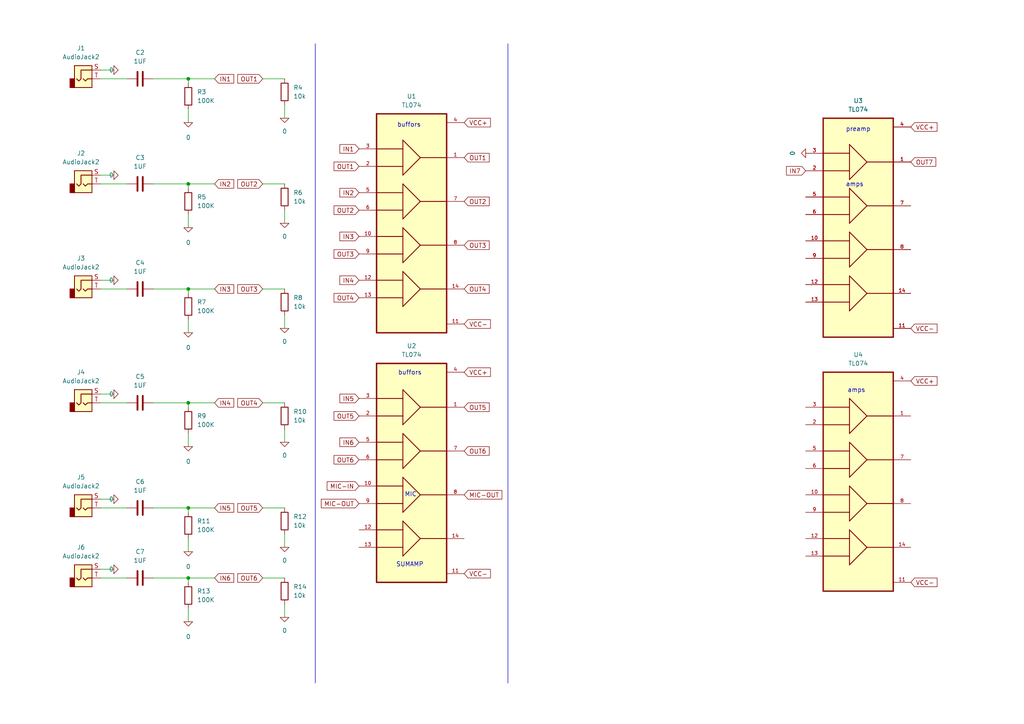
<source format=kicad_sch>
(kicad_sch
	(version 20250114)
	(generator "eeschema")
	(generator_version "9.0")
	(uuid "9e9ede7e-1252-4cf7-a157-1b4da1ffe33a")
	(paper "A4")
	(lib_symbols
		(symbol "Connector_Audio:AudioJack2"
			(exclude_from_sim no)
			(in_bom yes)
			(on_board yes)
			(property "Reference" "J"
				(at 0 8.89 0)
				(effects
					(font
						(size 1.27 1.27)
					)
				)
			)
			(property "Value" "AudioJack2"
				(at 0 6.35 0)
				(effects
					(font
						(size 1.27 1.27)
					)
				)
			)
			(property "Footprint" ""
				(at 0 0 0)
				(effects
					(font
						(size 1.27 1.27)
					)
					(hide yes)
				)
			)
			(property "Datasheet" "~"
				(at 0 0 0)
				(effects
					(font
						(size 1.27 1.27)
					)
					(hide yes)
				)
			)
			(property "Description" "Audio Jack, 2 Poles (Mono / TS)"
				(at 0 0 0)
				(effects
					(font
						(size 1.27 1.27)
					)
					(hide yes)
				)
			)
			(property "ki_keywords" "audio jack receptacle mono phone headphone TS connector"
				(at 0 0 0)
				(effects
					(font
						(size 1.27 1.27)
					)
					(hide yes)
				)
			)
			(property "ki_fp_filters" "Jack*"
				(at 0 0 0)
				(effects
					(font
						(size 1.27 1.27)
					)
					(hide yes)
				)
			)
			(symbol "AudioJack2_0_1"
				(rectangle
					(start -3.81 0)
					(end -2.54 -2.54)
					(stroke
						(width 0.254)
						(type default)
					)
					(fill
						(type outline)
					)
				)
				(rectangle
					(start -2.54 3.81)
					(end 2.54 -2.54)
					(stroke
						(width 0.254)
						(type default)
					)
					(fill
						(type background)
					)
				)
				(polyline
					(pts
						(xy 0 0) (xy 0.635 -0.635) (xy 1.27 0) (xy 2.54 0)
					)
					(stroke
						(width 0.254)
						(type default)
					)
					(fill
						(type none)
					)
				)
				(polyline
					(pts
						(xy 2.54 2.54) (xy -0.635 2.54) (xy -0.635 0) (xy -1.27 -0.635) (xy -1.905 0)
					)
					(stroke
						(width 0.254)
						(type default)
					)
					(fill
						(type none)
					)
				)
			)
			(symbol "AudioJack2_1_1"
				(pin passive line
					(at 5.08 2.54 180)
					(length 2.54)
					(name "~"
						(effects
							(font
								(size 1.27 1.27)
							)
						)
					)
					(number "S"
						(effects
							(font
								(size 1.27 1.27)
							)
						)
					)
				)
				(pin passive line
					(at 5.08 0 180)
					(length 2.54)
					(name "~"
						(effects
							(font
								(size 1.27 1.27)
							)
						)
					)
					(number "T"
						(effects
							(font
								(size 1.27 1.27)
							)
						)
					)
				)
			)
			(embedded_fonts no)
		)
		(symbol "Device:C"
			(pin_numbers
				(hide yes)
			)
			(pin_names
				(offset 0.254)
			)
			(exclude_from_sim no)
			(in_bom yes)
			(on_board yes)
			(property "Reference" "C"
				(at 0.635 2.54 0)
				(effects
					(font
						(size 1.27 1.27)
					)
					(justify left)
				)
			)
			(property "Value" "C"
				(at 0.635 -2.54 0)
				(effects
					(font
						(size 1.27 1.27)
					)
					(justify left)
				)
			)
			(property "Footprint" ""
				(at 0.9652 -3.81 0)
				(effects
					(font
						(size 1.27 1.27)
					)
					(hide yes)
				)
			)
			(property "Datasheet" "~"
				(at 0 0 0)
				(effects
					(font
						(size 1.27 1.27)
					)
					(hide yes)
				)
			)
			(property "Description" "Unpolarized capacitor"
				(at 0 0 0)
				(effects
					(font
						(size 1.27 1.27)
					)
					(hide yes)
				)
			)
			(property "ki_keywords" "cap capacitor"
				(at 0 0 0)
				(effects
					(font
						(size 1.27 1.27)
					)
					(hide yes)
				)
			)
			(property "ki_fp_filters" "C_*"
				(at 0 0 0)
				(effects
					(font
						(size 1.27 1.27)
					)
					(hide yes)
				)
			)
			(symbol "C_0_1"
				(polyline
					(pts
						(xy -2.032 0.762) (xy 2.032 0.762)
					)
					(stroke
						(width 0.508)
						(type default)
					)
					(fill
						(type none)
					)
				)
				(polyline
					(pts
						(xy -2.032 -0.762) (xy 2.032 -0.762)
					)
					(stroke
						(width 0.508)
						(type default)
					)
					(fill
						(type none)
					)
				)
			)
			(symbol "C_1_1"
				(pin passive line
					(at 0 3.81 270)
					(length 2.794)
					(name "~"
						(effects
							(font
								(size 1.27 1.27)
							)
						)
					)
					(number "1"
						(effects
							(font
								(size 1.27 1.27)
							)
						)
					)
				)
				(pin passive line
					(at 0 -3.81 90)
					(length 2.794)
					(name "~"
						(effects
							(font
								(size 1.27 1.27)
							)
						)
					)
					(number "2"
						(effects
							(font
								(size 1.27 1.27)
							)
						)
					)
				)
			)
			(embedded_fonts no)
		)
		(symbol "Device:R"
			(pin_numbers
				(hide yes)
			)
			(pin_names
				(offset 0)
			)
			(exclude_from_sim no)
			(in_bom yes)
			(on_board yes)
			(property "Reference" "R"
				(at 2.032 0 90)
				(effects
					(font
						(size 1.27 1.27)
					)
				)
			)
			(property "Value" "R"
				(at 0 0 90)
				(effects
					(font
						(size 1.27 1.27)
					)
				)
			)
			(property "Footprint" ""
				(at -1.778 0 90)
				(effects
					(font
						(size 1.27 1.27)
					)
					(hide yes)
				)
			)
			(property "Datasheet" "~"
				(at 0 0 0)
				(effects
					(font
						(size 1.27 1.27)
					)
					(hide yes)
				)
			)
			(property "Description" "Resistor"
				(at 0 0 0)
				(effects
					(font
						(size 1.27 1.27)
					)
					(hide yes)
				)
			)
			(property "ki_keywords" "R res resistor"
				(at 0 0 0)
				(effects
					(font
						(size 1.27 1.27)
					)
					(hide yes)
				)
			)
			(property "ki_fp_filters" "R_*"
				(at 0 0 0)
				(effects
					(font
						(size 1.27 1.27)
					)
					(hide yes)
				)
			)
			(symbol "R_0_1"
				(rectangle
					(start -1.016 -2.54)
					(end 1.016 2.54)
					(stroke
						(width 0.254)
						(type default)
					)
					(fill
						(type none)
					)
				)
			)
			(symbol "R_1_1"
				(pin passive line
					(at 0 3.81 270)
					(length 1.27)
					(name "~"
						(effects
							(font
								(size 1.27 1.27)
							)
						)
					)
					(number "1"
						(effects
							(font
								(size 1.27 1.27)
							)
						)
					)
				)
				(pin passive line
					(at 0 -3.81 90)
					(length 1.27)
					(name "~"
						(effects
							(font
								(size 1.27 1.27)
							)
						)
					)
					(number "2"
						(effects
							(font
								(size 1.27 1.27)
							)
						)
					)
				)
			)
			(embedded_fonts no)
		)
		(symbol "Device:R_Potentiometer"
			(pin_names
				(offset 1.016)
				(hide yes)
			)
			(exclude_from_sim no)
			(in_bom yes)
			(on_board yes)
			(property "Reference" "RV"
				(at -4.445 0 90)
				(effects
					(font
						(size 1.27 1.27)
					)
				)
			)
			(property "Value" "R_Potentiometer"
				(at -2.54 0 90)
				(effects
					(font
						(size 1.27 1.27)
					)
				)
			)
			(property "Footprint" ""
				(at 0 0 0)
				(effects
					(font
						(size 1.27 1.27)
					)
					(hide yes)
				)
			)
			(property "Datasheet" "~"
				(at 0 0 0)
				(effects
					(font
						(size 1.27 1.27)
					)
					(hide yes)
				)
			)
			(property "Description" "Potentiometer"
				(at 0 0 0)
				(effects
					(font
						(size 1.27 1.27)
					)
					(hide yes)
				)
			)
			(property "ki_keywords" "resistor variable"
				(at 0 0 0)
				(effects
					(font
						(size 1.27 1.27)
					)
					(hide yes)
				)
			)
			(property "ki_fp_filters" "Potentiometer*"
				(at 0 0 0)
				(effects
					(font
						(size 1.27 1.27)
					)
					(hide yes)
				)
			)
			(symbol "R_Potentiometer_0_1"
				(rectangle
					(start 1.016 2.54)
					(end -1.016 -2.54)
					(stroke
						(width 0.254)
						(type default)
					)
					(fill
						(type none)
					)
				)
				(polyline
					(pts
						(xy 1.143 0) (xy 2.286 0.508) (xy 2.286 -0.508) (xy 1.143 0)
					)
					(stroke
						(width 0)
						(type default)
					)
					(fill
						(type outline)
					)
				)
				(polyline
					(pts
						(xy 2.54 0) (xy 1.524 0)
					)
					(stroke
						(width 0)
						(type default)
					)
					(fill
						(type none)
					)
				)
			)
			(symbol "R_Potentiometer_1_1"
				(pin passive line
					(at 0 3.81 270)
					(length 1.27)
					(name "1"
						(effects
							(font
								(size 1.27 1.27)
							)
						)
					)
					(number "1"
						(effects
							(font
								(size 1.27 1.27)
							)
						)
					)
				)
				(pin passive line
					(at 0 -3.81 90)
					(length 1.27)
					(name "3"
						(effects
							(font
								(size 1.27 1.27)
							)
						)
					)
					(number "3"
						(effects
							(font
								(size 1.27 1.27)
							)
						)
					)
				)
				(pin passive line
					(at 3.81 0 180)
					(length 1.27)
					(name "2"
						(effects
							(font
								(size 1.27 1.27)
							)
						)
					)
					(number "2"
						(effects
							(font
								(size 1.27 1.27)
							)
						)
					)
				)
			)
			(embedded_fonts no)
		)
		(symbol "Simulation_SPICE:0"
			(power)
			(pin_numbers
				(hide yes)
			)
			(pin_names
				(offset 0)
				(hide yes)
			)
			(exclude_from_sim no)
			(in_bom yes)
			(on_board yes)
			(property "Reference" "#GND"
				(at 0 -5.08 0)
				(effects
					(font
						(size 1.27 1.27)
					)
					(hide yes)
				)
			)
			(property "Value" "0"
				(at 0 -2.54 0)
				(effects
					(font
						(size 1.27 1.27)
					)
				)
			)
			(property "Footprint" ""
				(at 0 0 0)
				(effects
					(font
						(size 1.27 1.27)
					)
					(hide yes)
				)
			)
			(property "Datasheet" "https://ngspice.sourceforge.io/docs/ngspice-html-manual/manual.xhtml#subsec_Circuit_elements__device"
				(at 0 -10.16 0)
				(effects
					(font
						(size 1.27 1.27)
					)
					(hide yes)
				)
			)
			(property "Description" "0V reference potential for simulation"
				(at 0 -7.62 0)
				(effects
					(font
						(size 1.27 1.27)
					)
					(hide yes)
				)
			)
			(property "ki_keywords" "simulation"
				(at 0 0 0)
				(effects
					(font
						(size 1.27 1.27)
					)
					(hide yes)
				)
			)
			(symbol "0_0_1"
				(polyline
					(pts
						(xy -1.27 0) (xy 0 -1.27) (xy 1.27 0) (xy -1.27 0)
					)
					(stroke
						(width 0)
						(type default)
					)
					(fill
						(type none)
					)
				)
			)
			(symbol "0_1_1"
				(pin power_in line
					(at 0 0 0)
					(length 0)
					(name "~"
						(effects
							(font
								(size 1.016 1.016)
							)
						)
					)
					(number "1"
						(effects
							(font
								(size 1.016 1.016)
							)
						)
					)
				)
			)
			(embedded_fonts no)
		)
		(symbol "TL074:TL074"
			(pin_names
				(offset 1.016)
			)
			(exclude_from_sim no)
			(in_bom yes)
			(on_board yes)
			(property "Reference" "U"
				(at -10.1713 30.514 0)
				(effects
					(font
						(size 1.27 1.27)
					)
					(justify left bottom)
				)
			)
			(property "Value" "TL074"
				(at -10.1628 -35.5698 0)
				(effects
					(font
						(size 1.27 1.27)
					)
					(justify left bottom)
				)
			)
			(property "Footprint" "TL074:DIP762W51P254L1994H508Q14"
				(at 0 0 0)
				(effects
					(font
						(size 1.27 1.27)
					)
					(justify bottom)
					(hide yes)
				)
			)
			(property "Datasheet" ""
				(at 0 0 0)
				(effects
					(font
						(size 1.27 1.27)
					)
					(hide yes)
				)
			)
			(property "Description" ""
				(at 0 0 0)
				(effects
					(font
						(size 1.27 1.27)
					)
					(hide yes)
				)
			)
			(property "MF" "Texas Instruments"
				(at 0 0 0)
				(effects
					(font
						(size 1.27 1.27)
					)
					(justify bottom)
					(hide yes)
				)
			)
			(property "Description_1" "Operational Amplifiers - Op Amps Quad Lo-Noise JFET Input Op Amp"
				(at 0 0 0)
				(effects
					(font
						(size 1.27 1.27)
					)
					(justify bottom)
					(hide yes)
				)
			)
			(property "Package" "None"
				(at 0 0 0)
				(effects
					(font
						(size 1.27 1.27)
					)
					(justify bottom)
					(hide yes)
				)
			)
			(property "Price" "None"
				(at 0 0 0)
				(effects
					(font
						(size 1.27 1.27)
					)
					(justify bottom)
					(hide yes)
				)
			)
			(property "Check_prices" "https://www.snapeda.com/parts/TL074/Texas+Instruments/view-part/?ref=eda"
				(at 0 0 0)
				(effects
					(font
						(size 1.27 1.27)
					)
					(justify bottom)
					(hide yes)
				)
			)
			(property "STANDARD" "IPC-7351B"
				(at 0 0 0)
				(effects
					(font
						(size 1.27 1.27)
					)
					(justify bottom)
					(hide yes)
				)
			)
			(property "PARTREV" "march2005"
				(at 0 0 0)
				(effects
					(font
						(size 1.27 1.27)
					)
					(justify bottom)
					(hide yes)
				)
			)
			(property "SnapEDA_Link" "https://www.snapeda.com/parts/TL074/Texas+Instruments/view-part/?ref=snap"
				(at 0 0 0)
				(effects
					(font
						(size 1.27 1.27)
					)
					(justify bottom)
					(hide yes)
				)
			)
			(property "MP" "TL074"
				(at 0 0 0)
				(effects
					(font
						(size 1.27 1.27)
					)
					(justify bottom)
					(hide yes)
				)
			)
			(property "Availability" "Not in stock"
				(at 0 0 0)
				(effects
					(font
						(size 1.27 1.27)
					)
					(justify bottom)
					(hide yes)
				)
			)
			(property "MANUFACTURER" "Texas Instrumments"
				(at 0 0 0)
				(effects
					(font
						(size 1.27 1.27)
					)
					(justify bottom)
					(hide yes)
				)
			)
			(symbol "TL074_0_0"
				(rectangle
					(start -10.16 -33.02)
					(end 10.16 30.48)
					(stroke
						(width 0.4064)
						(type default)
					)
					(fill
						(type background)
					)
				)
				(polyline
					(pts
						(xy -2.54 22.86) (xy -2.54 20.32)
					)
					(stroke
						(width 0.254)
						(type default)
					)
					(fill
						(type none)
					)
				)
				(polyline
					(pts
						(xy -2.54 20.32) (xy -10.16 20.32)
					)
					(stroke
						(width 0.254)
						(type default)
					)
					(fill
						(type none)
					)
				)
				(polyline
					(pts
						(xy -2.54 20.32) (xy -2.54 15.24)
					)
					(stroke
						(width 0.254)
						(type default)
					)
					(fill
						(type none)
					)
				)
				(polyline
					(pts
						(xy -2.54 15.24) (xy -10.16 15.24)
					)
					(stroke
						(width 0.254)
						(type default)
					)
					(fill
						(type none)
					)
				)
				(polyline
					(pts
						(xy -2.54 15.24) (xy -2.54 12.7)
					)
					(stroke
						(width 0.254)
						(type default)
					)
					(fill
						(type none)
					)
				)
				(polyline
					(pts
						(xy -2.54 12.7) (xy 2.54 17.78)
					)
					(stroke
						(width 0.254)
						(type default)
					)
					(fill
						(type none)
					)
				)
				(polyline
					(pts
						(xy -2.54 10.16) (xy -2.54 7.62)
					)
					(stroke
						(width 0.254)
						(type default)
					)
					(fill
						(type none)
					)
				)
				(polyline
					(pts
						(xy -2.54 7.62) (xy -10.16 7.62)
					)
					(stroke
						(width 0.254)
						(type default)
					)
					(fill
						(type none)
					)
				)
				(polyline
					(pts
						(xy -2.54 7.62) (xy -2.54 2.54)
					)
					(stroke
						(width 0.254)
						(type default)
					)
					(fill
						(type none)
					)
				)
				(polyline
					(pts
						(xy -2.54 2.54) (xy -10.16 2.54)
					)
					(stroke
						(width 0.254)
						(type default)
					)
					(fill
						(type none)
					)
				)
				(polyline
					(pts
						(xy -2.54 2.54) (xy -2.54 0)
					)
					(stroke
						(width 0.254)
						(type default)
					)
					(fill
						(type none)
					)
				)
				(polyline
					(pts
						(xy -2.54 0) (xy 2.54 5.08)
					)
					(stroke
						(width 0.254)
						(type default)
					)
					(fill
						(type none)
					)
				)
				(polyline
					(pts
						(xy -2.54 -2.54) (xy -2.54 -5.08)
					)
					(stroke
						(width 0.254)
						(type default)
					)
					(fill
						(type none)
					)
				)
				(polyline
					(pts
						(xy -2.54 -5.08) (xy -10.16 -5.08)
					)
					(stroke
						(width 0.254)
						(type default)
					)
					(fill
						(type none)
					)
				)
				(polyline
					(pts
						(xy -2.54 -5.08) (xy -2.54 -10.16)
					)
					(stroke
						(width 0.254)
						(type default)
					)
					(fill
						(type none)
					)
				)
				(polyline
					(pts
						(xy -2.54 -10.16) (xy -10.16 -10.16)
					)
					(stroke
						(width 0.254)
						(type default)
					)
					(fill
						(type none)
					)
				)
				(polyline
					(pts
						(xy -2.54 -10.16) (xy -2.54 -12.7)
					)
					(stroke
						(width 0.254)
						(type default)
					)
					(fill
						(type none)
					)
				)
				(polyline
					(pts
						(xy -2.54 -12.7) (xy 2.54 -7.62)
					)
					(stroke
						(width 0.254)
						(type default)
					)
					(fill
						(type none)
					)
				)
				(polyline
					(pts
						(xy -2.54 -15.24) (xy -2.54 -17.78)
					)
					(stroke
						(width 0.254)
						(type default)
					)
					(fill
						(type none)
					)
				)
				(polyline
					(pts
						(xy -2.54 -17.78) (xy -10.16 -17.78)
					)
					(stroke
						(width 0.254)
						(type default)
					)
					(fill
						(type none)
					)
				)
				(polyline
					(pts
						(xy -2.54 -17.78) (xy -2.54 -22.86)
					)
					(stroke
						(width 0.254)
						(type default)
					)
					(fill
						(type none)
					)
				)
				(polyline
					(pts
						(xy -2.54 -22.86) (xy -10.16 -22.86)
					)
					(stroke
						(width 0.254)
						(type default)
					)
					(fill
						(type none)
					)
				)
				(polyline
					(pts
						(xy -2.54 -22.86) (xy -2.54 -25.4)
					)
					(stroke
						(width 0.254)
						(type default)
					)
					(fill
						(type none)
					)
				)
				(polyline
					(pts
						(xy -2.54 -25.4) (xy 2.54 -20.32)
					)
					(stroke
						(width 0.254)
						(type default)
					)
					(fill
						(type none)
					)
				)
				(polyline
					(pts
						(xy 2.54 17.78) (xy -2.54 22.86)
					)
					(stroke
						(width 0.254)
						(type default)
					)
					(fill
						(type none)
					)
				)
				(polyline
					(pts
						(xy 2.54 17.78) (xy 10.16 17.78)
					)
					(stroke
						(width 0.254)
						(type default)
					)
					(fill
						(type none)
					)
				)
				(polyline
					(pts
						(xy 2.54 5.08) (xy -2.54 10.16)
					)
					(stroke
						(width 0.254)
						(type default)
					)
					(fill
						(type none)
					)
				)
				(polyline
					(pts
						(xy 2.54 5.08) (xy 10.16 5.08)
					)
					(stroke
						(width 0.254)
						(type default)
					)
					(fill
						(type none)
					)
				)
				(polyline
					(pts
						(xy 2.54 -7.62) (xy -2.54 -2.54)
					)
					(stroke
						(width 0.254)
						(type default)
					)
					(fill
						(type none)
					)
				)
				(polyline
					(pts
						(xy 2.54 -7.62) (xy 10.16 -7.62)
					)
					(stroke
						(width 0.254)
						(type default)
					)
					(fill
						(type none)
					)
				)
				(polyline
					(pts
						(xy 2.54 -20.32) (xy -2.54 -15.24)
					)
					(stroke
						(width 0.254)
						(type default)
					)
					(fill
						(type none)
					)
				)
				(polyline
					(pts
						(xy 2.54 -20.32) (xy 10.16 -20.32)
					)
					(stroke
						(width 0.254)
						(type default)
					)
					(fill
						(type none)
					)
				)
				(pin input line
					(at -15.24 20.32 0)
					(length 5.08)
					(name "~"
						(effects
							(font
								(size 1.016 1.016)
							)
						)
					)
					(number "3"
						(effects
							(font
								(size 1.016 1.016)
							)
						)
					)
				)
				(pin input line
					(at -15.24 15.24 0)
					(length 5.08)
					(name "~"
						(effects
							(font
								(size 1.016 1.016)
							)
						)
					)
					(number "2"
						(effects
							(font
								(size 1.016 1.016)
							)
						)
					)
				)
				(pin input line
					(at -15.24 7.62 0)
					(length 5.08)
					(name "~"
						(effects
							(font
								(size 1.016 1.016)
							)
						)
					)
					(number "5"
						(effects
							(font
								(size 1.016 1.016)
							)
						)
					)
				)
				(pin input line
					(at -15.24 2.54 0)
					(length 5.08)
					(name "~"
						(effects
							(font
								(size 1.016 1.016)
							)
						)
					)
					(number "6"
						(effects
							(font
								(size 1.016 1.016)
							)
						)
					)
				)
				(pin input line
					(at -15.24 -5.08 0)
					(length 5.08)
					(name "~"
						(effects
							(font
								(size 1.016 1.016)
							)
						)
					)
					(number "10"
						(effects
							(font
								(size 1.016 1.016)
							)
						)
					)
				)
				(pin input line
					(at -15.24 -10.16 0)
					(length 5.08)
					(name "~"
						(effects
							(font
								(size 1.016 1.016)
							)
						)
					)
					(number "9"
						(effects
							(font
								(size 1.016 1.016)
							)
						)
					)
				)
				(pin input line
					(at -15.24 -17.78 0)
					(length 5.08)
					(name "~"
						(effects
							(font
								(size 1.016 1.016)
							)
						)
					)
					(number "12"
						(effects
							(font
								(size 1.016 1.016)
							)
						)
					)
				)
				(pin input line
					(at -15.24 -22.86 0)
					(length 5.08)
					(name "~"
						(effects
							(font
								(size 1.016 1.016)
							)
						)
					)
					(number "13"
						(effects
							(font
								(size 1.016 1.016)
							)
						)
					)
				)
				(pin power_in line
					(at 15.24 27.94 180)
					(length 5.08)
					(name "~"
						(effects
							(font
								(size 1.016 1.016)
							)
						)
					)
					(number "4"
						(effects
							(font
								(size 1.016 1.016)
							)
						)
					)
				)
				(pin output line
					(at 15.24 17.78 180)
					(length 5.08)
					(name "~"
						(effects
							(font
								(size 1.016 1.016)
							)
						)
					)
					(number "1"
						(effects
							(font
								(size 1.016 1.016)
							)
						)
					)
				)
				(pin output line
					(at 15.24 5.08 180)
					(length 5.08)
					(name "~"
						(effects
							(font
								(size 1.016 1.016)
							)
						)
					)
					(number "7"
						(effects
							(font
								(size 1.016 1.016)
							)
						)
					)
				)
				(pin output line
					(at 15.24 -7.62 180)
					(length 5.08)
					(name "~"
						(effects
							(font
								(size 1.016 1.016)
							)
						)
					)
					(number "8"
						(effects
							(font
								(size 1.016 1.016)
							)
						)
					)
				)
				(pin output line
					(at 15.24 -20.32 180)
					(length 5.08)
					(name "~"
						(effects
							(font
								(size 1.016 1.016)
							)
						)
					)
					(number "14"
						(effects
							(font
								(size 1.016 1.016)
							)
						)
					)
				)
				(pin power_in line
					(at 15.24 -30.48 180)
					(length 5.08)
					(name "~"
						(effects
							(font
								(size 1.016 1.016)
							)
						)
					)
					(number "11"
						(effects
							(font
								(size 1.016 1.016)
							)
						)
					)
				)
			)
			(embedded_fonts no)
		)
	)
	(text "preamp\n"
		(exclude_from_sim no)
		(at 248.92 37.592 0)
		(effects
			(font
				(size 1.27 1.27)
			)
		)
		(uuid "191db12f-3167-411b-b0d5-d26bc372aa36")
	)
	(text "amps\n"
		(exclude_from_sim no)
		(at 247.904 53.594 0)
		(effects
			(font
				(size 1.27 1.27)
			)
		)
		(uuid "1eb336dc-2ef7-4cc4-b33c-d8cddef10dc7")
	)
	(text "buffors "
		(exclude_from_sim no)
		(at 119.38 108.204 0)
		(effects
			(font
				(size 1.27 1.27)
			)
		)
		(uuid "3c1658fc-03e5-472f-9e7e-a1ba4adc1384")
	)
	(text "amps\n"
		(exclude_from_sim no)
		(at 248.412 113.284 0)
		(effects
			(font
				(size 1.27 1.27)
			)
		)
		(uuid "5657f6a2-4540-4ee6-bdba-b6fa68f29d3c")
	)
	(text "buffors "
		(exclude_from_sim no)
		(at 119.126 36.322 0)
		(effects
			(font
				(size 1.27 1.27)
			)
		)
		(uuid "80e9a6cb-6673-451a-b22f-31b17d659b42")
	)
	(text "MIC\n"
		(exclude_from_sim no)
		(at 119.126 143.51 0)
		(effects
			(font
				(size 1.27 1.27)
			)
		)
		(uuid "9b635d19-1b45-4f96-881d-5e436b3d1399")
	)
	(text "SUMAMP"
		(exclude_from_sim no)
		(at 118.872 163.83 0)
		(effects
			(font
				(size 1.27 1.27)
			)
		)
		(uuid "d58592d6-197b-4ebf-9fc0-4ddcbf17094c")
	)
	(junction
		(at 54.61 147.32)
		(diameter 0)
		(color 0 0 0 0)
		(uuid "02aedcc3-7e6f-41b9-ad2b-915c38de1dbc")
	)
	(junction
		(at 54.61 116.84)
		(diameter 0)
		(color 0 0 0 0)
		(uuid "04f27174-88fd-4981-8e23-2c1cf31bf37a")
	)
	(junction
		(at 54.61 167.64)
		(diameter 0)
		(color 0 0 0 0)
		(uuid "0da30ce9-f4c2-4d05-a82f-9379086a72fe")
	)
	(junction
		(at 54.61 22.86)
		(diameter 0)
		(color 0 0 0 0)
		(uuid "60e08855-298b-4ff6-8258-cda261520007")
	)
	(junction
		(at 54.61 83.82)
		(diameter 0)
		(color 0 0 0 0)
		(uuid "694f30e9-60ab-4da8-a3af-b6723234cd0a")
	)
	(junction
		(at 45.72 246.38)
		(diameter 0)
		(color 0 0 0 0)
		(uuid "99f098f7-f6e6-4722-9736-a7585aec7ad0")
	)
	(junction
		(at 38.1 240.03)
		(diameter 0)
		(color 0 0 0 0)
		(uuid "c1098b84-bae6-487f-b860-6bbc69bcdeaa")
	)
	(junction
		(at 54.61 53.34)
		(diameter 0)
		(color 0 0 0 0)
		(uuid "c30e038c-9795-45be-aa95-24ceebce68ad")
	)
	(junction
		(at 29.21 246.38)
		(diameter 0)
		(color 0 0 0 0)
		(uuid "fed947b9-7400-44c2-a383-8545714ea6f8")
	)
	(wire
		(pts
			(xy 29.21 53.34) (xy 36.83 53.34)
		)
		(stroke
			(width 0)
			(type default)
		)
		(uuid "070865f1-858c-4d22-af91-04b4f0a1b38f")
	)
	(wire
		(pts
			(xy 29.21 81.28) (xy 33.02 81.28)
		)
		(stroke
			(width 0)
			(type default)
		)
		(uuid "09f2c97d-5baa-4510-9a0f-06a79f99a0a8")
	)
	(wire
		(pts
			(xy 82.55 124.46) (xy 82.55 128.27)
		)
		(stroke
			(width 0)
			(type default)
		)
		(uuid "0b1c5ec3-5b79-434f-bb44-a7a9af1f6f6a")
	)
	(wire
		(pts
			(xy 54.61 62.23) (xy 54.61 66.04)
		)
		(stroke
			(width 0)
			(type default)
		)
		(uuid "0f5241ba-520c-45ef-b4b8-5b6f066d96be")
	)
	(wire
		(pts
			(xy 54.61 53.34) (xy 62.23 53.34)
		)
		(stroke
			(width 0)
			(type default)
		)
		(uuid "0fe6249a-f622-4d5b-9921-8ac84db69bb3")
	)
	(wire
		(pts
			(xy 54.61 167.64) (xy 54.61 168.91)
		)
		(stroke
			(width 0)
			(type default)
		)
		(uuid "15223ff4-ae70-4977-b77e-9e5baa86bcda")
	)
	(wire
		(pts
			(xy 54.61 116.84) (xy 62.23 116.84)
		)
		(stroke
			(width 0)
			(type default)
		)
		(uuid "17929961-525d-4947-89d9-740bb10f63d7")
	)
	(wire
		(pts
			(xy 29.21 114.3) (xy 33.02 114.3)
		)
		(stroke
			(width 0)
			(type default)
		)
		(uuid "2ff6d3cc-30d4-41dc-bf28-d461d5eb21c1")
	)
	(wire
		(pts
			(xy 29.21 22.86) (xy 36.83 22.86)
		)
		(stroke
			(width 0)
			(type default)
		)
		(uuid "3059d9a0-4d2b-4f03-864c-159bd5e880e7")
	)
	(wire
		(pts
			(xy 45.72 246.38) (xy 45.72 262.89)
		)
		(stroke
			(width 0)
			(type default)
		)
		(uuid "3b2b532a-8b64-4c6d-9c4b-770059d1abed")
	)
	(wire
		(pts
			(xy 76.2 167.64) (xy 82.55 167.64)
		)
		(stroke
			(width 0)
			(type default)
		)
		(uuid "3fc2c624-55bc-42e4-a8dd-67fb4d7df658")
	)
	(wire
		(pts
			(xy 45.72 246.38) (xy 45.72 240.03)
		)
		(stroke
			(width 0)
			(type default)
		)
		(uuid "421503c3-7c4f-4133-845a-d439aa66eb44")
	)
	(wire
		(pts
			(xy 29.21 165.1) (xy 33.02 165.1)
		)
		(stroke
			(width 0)
			(type default)
		)
		(uuid "423e930a-27c0-4281-bd29-3ff4122ad32a")
	)
	(wire
		(pts
			(xy 38.1 240.03) (xy 36.83 240.03)
		)
		(stroke
			(width 0)
			(type default)
		)
		(uuid "4f8f950e-2910-4233-aa48-c48435ded908")
	)
	(wire
		(pts
			(xy 54.61 92.71) (xy 54.61 96.52)
		)
		(stroke
			(width 0)
			(type default)
		)
		(uuid "504c4d75-74cd-4aa8-8e2a-2d0de0704888")
	)
	(wire
		(pts
			(xy 29.21 246.38) (xy 34.29 246.38)
		)
		(stroke
			(width 0)
			(type default)
		)
		(uuid "511a5111-b008-4c9b-99ff-803c51acc7b0")
	)
	(wire
		(pts
			(xy 54.61 22.86) (xy 62.23 22.86)
		)
		(stroke
			(width 0)
			(type default)
		)
		(uuid "57eced76-e638-42b8-b2e7-26405b1955b2")
	)
	(wire
		(pts
			(xy 45.72 240.03) (xy 38.1 240.03)
		)
		(stroke
			(width 0)
			(type default)
		)
		(uuid "5d951e03-b042-4041-806a-7d655f85a4dd")
	)
	(wire
		(pts
			(xy 29.21 246.38) (xy 29.21 262.89)
		)
		(stroke
			(width 0)
			(type default)
		)
		(uuid "5e728aa7-5bf1-48f4-9178-06b7d260dfdd")
	)
	(wire
		(pts
			(xy 29.21 144.78) (xy 33.02 144.78)
		)
		(stroke
			(width 0)
			(type default)
		)
		(uuid "656e8eb6-2ace-4069-85e8-179927bb5b58")
	)
	(wire
		(pts
			(xy 54.61 156.21) (xy 54.61 160.02)
		)
		(stroke
			(width 0)
			(type default)
		)
		(uuid "6664aea0-fd0d-4dcd-bd9f-11db3854afaa")
	)
	(polyline
		(pts
			(xy 91.44 12.7) (xy 91.44 198.12)
		)
		(stroke
			(width 0)
			(type default)
		)
		(uuid "67bf3b7f-9141-4530-af98-7caf8ed276e3")
	)
	(wire
		(pts
			(xy 44.45 53.34) (xy 54.61 53.34)
		)
		(stroke
			(width 0)
			(type default)
		)
		(uuid "72bb07fe-c8fb-40e6-85c0-c8a4c72ba0cb")
	)
	(wire
		(pts
			(xy 45.72 246.38) (xy 55.88 246.38)
		)
		(stroke
			(width 0)
			(type default)
		)
		(uuid "75373e60-7bf2-42ff-8200-1cd64e77fc4c")
	)
	(wire
		(pts
			(xy 82.55 30.48) (xy 82.55 34.29)
		)
		(stroke
			(width 0)
			(type default)
		)
		(uuid "760dd8e2-1a32-4aad-8a25-52c570adf660")
	)
	(wire
		(pts
			(xy 54.61 147.32) (xy 54.61 148.59)
		)
		(stroke
			(width 0)
			(type default)
		)
		(uuid "770fbb60-4a22-4f22-9c26-5e389cb0882c")
	)
	(wire
		(pts
			(xy 82.55 91.44) (xy 82.55 95.25)
		)
		(stroke
			(width 0)
			(type default)
		)
		(uuid "787443c1-2c60-46de-9eda-074fa4dff23d")
	)
	(wire
		(pts
			(xy 29.21 20.32) (xy 33.02 20.32)
		)
		(stroke
			(width 0)
			(type default)
		)
		(uuid "7a552703-489e-4ea3-b89e-2c986c287475")
	)
	(wire
		(pts
			(xy 41.91 220.98) (xy 43.18 220.98)
		)
		(stroke
			(width 0)
			(type default)
		)
		(uuid "7d1ba6a8-8a43-4e24-8fa8-cc8578109769")
	)
	(wire
		(pts
			(xy 25.4 246.38) (xy 29.21 246.38)
		)
		(stroke
			(width 0)
			(type default)
		)
		(uuid "7d7b9bed-53b4-4599-aa6d-c1c26b284adc")
	)
	(wire
		(pts
			(xy 76.2 147.32) (xy 82.55 147.32)
		)
		(stroke
			(width 0)
			(type default)
		)
		(uuid "7f73d038-c580-41e4-b42a-a0da0f45fa78")
	)
	(wire
		(pts
			(xy 29.21 50.8) (xy 33.02 50.8)
		)
		(stroke
			(width 0)
			(type default)
		)
		(uuid "7fcf817b-6f29-442e-ac5e-c1e4b379da65")
	)
	(wire
		(pts
			(xy 76.2 22.86) (xy 82.55 22.86)
		)
		(stroke
			(width 0)
			(type default)
		)
		(uuid "86789481-50d7-4389-84ac-c51034ee4ac6")
	)
	(wire
		(pts
			(xy 29.21 240.03) (xy 29.21 246.38)
		)
		(stroke
			(width 0)
			(type default)
		)
		(uuid "91534438-e0ef-423b-a540-ef10baea94f5")
	)
	(wire
		(pts
			(xy 41.91 262.89) (xy 45.72 262.89)
		)
		(stroke
			(width 0)
			(type default)
		)
		(uuid "95626e96-bc2f-47d8-945e-4a0d3c0d4a7b")
	)
	(wire
		(pts
			(xy 29.21 83.82) (xy 36.83 83.82)
		)
		(stroke
			(width 0)
			(type default)
		)
		(uuid "96a8ae23-535a-4194-8e67-201cbf36093b")
	)
	(wire
		(pts
			(xy 44.45 116.84) (xy 54.61 116.84)
		)
		(stroke
			(width 0)
			(type default)
		)
		(uuid "98f6ae1f-dca4-4ff8-9a39-6c86bc45b878")
	)
	(wire
		(pts
			(xy 44.45 167.64) (xy 54.61 167.64)
		)
		(stroke
			(width 0)
			(type default)
		)
		(uuid "9d8bd52f-e4a4-4dc1-ac5e-df2a8944c712")
	)
	(wire
		(pts
			(xy 29.21 262.89) (xy 34.29 262.89)
		)
		(stroke
			(width 0)
			(type default)
		)
		(uuid "9d9093d2-5138-45af-97f2-61db4c76f48e")
	)
	(wire
		(pts
			(xy 35.56 220.98) (xy 33.02 220.98)
		)
		(stroke
			(width 0)
			(type default)
		)
		(uuid "a32dd9f5-9ce1-471b-874f-8aa9c985a04b")
	)
	(wire
		(pts
			(xy 54.61 53.34) (xy 54.61 54.61)
		)
		(stroke
			(width 0)
			(type default)
		)
		(uuid "a5053de2-2280-408e-9dfb-2ede30448f20")
	)
	(wire
		(pts
			(xy 44.45 147.32) (xy 54.61 147.32)
		)
		(stroke
			(width 0)
			(type default)
		)
		(uuid "a997d673-6304-4a9e-8fb3-d81be3406c4c")
	)
	(wire
		(pts
			(xy 29.21 167.64) (xy 36.83 167.64)
		)
		(stroke
			(width 0)
			(type default)
		)
		(uuid "b2c29c66-1957-465e-b7d9-c03e12541688")
	)
	(wire
		(pts
			(xy 76.2 53.34) (xy 82.55 53.34)
		)
		(stroke
			(width 0)
			(type default)
		)
		(uuid "b3d33f4c-b8cc-4bd0-ba0f-a30db18b5788")
	)
	(wire
		(pts
			(xy 54.61 22.86) (xy 54.61 24.13)
		)
		(stroke
			(width 0)
			(type default)
		)
		(uuid "b9e89058-3cb9-4e44-a15f-dc609e3f78b4")
	)
	(wire
		(pts
			(xy 29.21 147.32) (xy 36.83 147.32)
		)
		(stroke
			(width 0)
			(type default)
		)
		(uuid "bc844742-205f-4135-9e1e-319bb94c35cb")
	)
	(wire
		(pts
			(xy 54.61 167.64) (xy 62.23 167.64)
		)
		(stroke
			(width 0)
			(type default)
		)
		(uuid "bfe0c87e-5658-4d4f-bac0-b533a6c10c05")
	)
	(wire
		(pts
			(xy 82.55 60.96) (xy 82.55 64.77)
		)
		(stroke
			(width 0)
			(type default)
		)
		(uuid "c5734176-6158-4c77-aa96-6f546fc30d19")
	)
	(wire
		(pts
			(xy 38.1 240.03) (xy 38.1 242.57)
		)
		(stroke
			(width 0)
			(type default)
		)
		(uuid "cd1c1520-3d6c-425e-baa2-1ed82ced9ec2")
	)
	(wire
		(pts
			(xy 35.56 218.44) (xy 33.02 218.44)
		)
		(stroke
			(width 0)
			(type default)
		)
		(uuid "cff57604-2a97-45b6-bec5-ac1c3202bfa9")
	)
	(wire
		(pts
			(xy 54.61 125.73) (xy 54.61 129.54)
		)
		(stroke
			(width 0)
			(type default)
		)
		(uuid "d1489eca-93d4-4b47-9753-079b13fb8684")
	)
	(wire
		(pts
			(xy 54.61 147.32) (xy 62.23 147.32)
		)
		(stroke
			(width 0)
			(type default)
		)
		(uuid "d32c95da-4923-4b62-bdc8-13dbda26b6ed")
	)
	(wire
		(pts
			(xy 54.61 116.84) (xy 54.61 118.11)
		)
		(stroke
			(width 0)
			(type default)
		)
		(uuid "ddc7a1a9-5c2a-4413-baad-c685fca35bbf")
	)
	(wire
		(pts
			(xy 54.61 83.82) (xy 62.23 83.82)
		)
		(stroke
			(width 0)
			(type default)
		)
		(uuid "e04a88c6-8d5d-441a-866a-04a87b553d2c")
	)
	(wire
		(pts
			(xy 54.61 31.75) (xy 54.61 35.56)
		)
		(stroke
			(width 0)
			(type default)
		)
		(uuid "e24b6dc2-699f-4573-a9f3-73f6ae855d22")
	)
	(wire
		(pts
			(xy 54.61 83.82) (xy 54.61 85.09)
		)
		(stroke
			(width 0)
			(type default)
		)
		(uuid "e2db4fc5-5962-4385-8b94-0c2fe44acdd1")
	)
	(wire
		(pts
			(xy 45.72 246.38) (xy 41.91 246.38)
		)
		(stroke
			(width 0)
			(type default)
		)
		(uuid "e4ab75ec-5d9e-442d-9210-36269b6bf438")
	)
	(wire
		(pts
			(xy 82.55 175.26) (xy 82.55 179.07)
		)
		(stroke
			(width 0)
			(type default)
		)
		(uuid "e7415a44-38f2-4abb-aaf9-e879f02be1c5")
	)
	(wire
		(pts
			(xy 29.21 116.84) (xy 36.83 116.84)
		)
		(stroke
			(width 0)
			(type default)
		)
		(uuid "e8fabb01-c469-42cf-821b-5c9827c82109")
	)
	(wire
		(pts
			(xy 44.45 22.86) (xy 54.61 22.86)
		)
		(stroke
			(width 0)
			(type default)
		)
		(uuid "ed4cd182-839d-4cdb-a39a-dcc0cae038a3")
	)
	(wire
		(pts
			(xy 44.45 83.82) (xy 54.61 83.82)
		)
		(stroke
			(width 0)
			(type default)
		)
		(uuid "edbd1bb6-119d-46d6-9663-b11bcbb06a9f")
	)
	(wire
		(pts
			(xy 76.2 83.82) (xy 82.55 83.82)
		)
		(stroke
			(width 0)
			(type default)
		)
		(uuid "f21482cc-2617-4689-8fd5-d630f295c9b9")
	)
	(wire
		(pts
			(xy 76.2 116.84) (xy 82.55 116.84)
		)
		(stroke
			(width 0)
			(type default)
		)
		(uuid "fb0c1b1d-9b3c-4eef-93c1-d81c09b08d6f")
	)
	(wire
		(pts
			(xy 54.61 176.53) (xy 54.61 180.34)
		)
		(stroke
			(width 0)
			(type default)
		)
		(uuid "fe7cb038-8afd-4c17-935d-f72c19664527")
	)
	(polyline
		(pts
			(xy 147.32 12.7) (xy 147.32 198.12)
		)
		(stroke
			(width 0)
			(type default)
		)
		(uuid "ff3af1f6-bb4d-4c45-8b4e-8a92ee578641")
	)
	(wire
		(pts
			(xy 82.55 154.94) (xy 82.55 158.75)
		)
		(stroke
			(width 0)
			(type default)
		)
		(uuid "ff57abc3-bdca-4178-96ec-8c7fb10842c7")
	)
	(global_label "IN5"
		(shape input)
		(at 62.23 147.32 0)
		(fields_autoplaced yes)
		(effects
			(font
				(size 1.27 1.27)
			)
			(justify left)
		)
		(uuid "030a4679-8817-4e27-8b48-4f4263ed5772")
		(property "Intersheetrefs" "${INTERSHEET_REFS}"
			(at 68.36 147.32 0)
			(effects
				(font
					(size 1.27 1.27)
				)
				(justify left)
				(hide yes)
			)
		)
	)
	(global_label "IN7"
		(shape input)
		(at 25.4 246.38 180)
		(fields_autoplaced yes)
		(effects
			(font
				(size 1.27 1.27)
			)
			(justify right)
		)
		(uuid "110d9bc4-c50b-4c06-8ce7-3301cb7b049d")
		(property "Intersheetrefs" "${INTERSHEET_REFS}"
			(at 19.27 246.38 0)
			(effects
				(font
					(size 1.27 1.27)
				)
				(justify right)
				(hide yes)
			)
		)
	)
	(global_label "OUT6"
		(shape input)
		(at 104.14 133.35 180)
		(fields_autoplaced yes)
		(effects
			(font
				(size 1.27 1.27)
			)
			(justify right)
		)
		(uuid "25cb3f69-f819-4f88-9d8a-d93472e6544a")
		(property "Intersheetrefs" "${INTERSHEET_REFS}"
			(at 96.3167 133.35 0)
			(effects
				(font
					(size 1.27 1.27)
				)
				(justify right)
				(hide yes)
			)
		)
	)
	(global_label "OUT5"
		(shape input)
		(at 104.14 120.65 180)
		(fields_autoplaced yes)
		(effects
			(font
				(size 1.27 1.27)
			)
			(justify right)
		)
		(uuid "2d7bbdaf-a5d4-4b1b-ae20-8de00d6bcece")
		(property "Intersheetrefs" "${INTERSHEET_REFS}"
			(at 96.3167 120.65 0)
			(effects
				(font
					(size 1.27 1.27)
				)
				(justify right)
				(hide yes)
			)
		)
	)
	(global_label "IN7"
		(shape input)
		(at 233.68 49.53 180)
		(fields_autoplaced yes)
		(effects
			(font
				(size 1.27 1.27)
			)
			(justify right)
		)
		(uuid "2d8ac1f9-fde5-4abd-996f-894180028f06")
		(property "Intersheetrefs" "${INTERSHEET_REFS}"
			(at 227.55 49.53 0)
			(effects
				(font
					(size 1.27 1.27)
				)
				(justify right)
				(hide yes)
			)
		)
	)
	(global_label "IN2"
		(shape input)
		(at 104.14 55.88 180)
		(fields_autoplaced yes)
		(effects
			(font
				(size 1.27 1.27)
			)
			(justify right)
		)
		(uuid "3b52bec8-5aa3-48d8-84ee-b29ac744e154")
		(property "Intersheetrefs" "${INTERSHEET_REFS}"
			(at 98.01 55.88 0)
			(effects
				(font
					(size 1.27 1.27)
				)
				(justify right)
				(hide yes)
			)
		)
	)
	(global_label "IN1"
		(shape input)
		(at 62.23 22.86 0)
		(fields_autoplaced yes)
		(effects
			(font
				(size 1.27 1.27)
			)
			(justify left)
		)
		(uuid "44fcf864-bc4b-4e50-bde1-fceeb05a5672")
		(property "Intersheetrefs" "${INTERSHEET_REFS}"
			(at 68.36 22.86 0)
			(effects
				(font
					(size 1.27 1.27)
				)
				(justify left)
				(hide yes)
			)
		)
	)
	(global_label "OUT5"
		(shape input)
		(at 76.2 147.32 180)
		(fields_autoplaced yes)
		(effects
			(font
				(size 1.27 1.27)
			)
			(justify right)
		)
		(uuid "4927f15c-c428-4390-a208-ba02fc5d63b7")
		(property "Intersheetrefs" "${INTERSHEET_REFS}"
			(at 68.3767 147.32 0)
			(effects
				(font
					(size 1.27 1.27)
				)
				(justify right)
				(hide yes)
			)
		)
	)
	(global_label "OUT4"
		(shape input)
		(at 76.2 116.84 180)
		(fields_autoplaced yes)
		(effects
			(font
				(size 1.27 1.27)
			)
			(justify right)
		)
		(uuid "49bc907b-0dbc-4842-9589-235f40e9c938")
		(property "Intersheetrefs" "${INTERSHEET_REFS}"
			(at 68.3767 116.84 0)
			(effects
				(font
					(size 1.27 1.27)
				)
				(justify right)
				(hide yes)
			)
		)
	)
	(global_label "MIC-OUT"
		(shape input)
		(at 134.62 143.51 0)
		(fields_autoplaced yes)
		(effects
			(font
				(size 1.27 1.27)
			)
			(justify left)
		)
		(uuid "4e1b182e-5676-445b-b930-fc5f75cc4778")
		(property "Intersheetrefs" "${INTERSHEET_REFS}"
			(at 146.1324 143.51 0)
			(effects
				(font
					(size 1.27 1.27)
				)
				(justify left)
				(hide yes)
			)
		)
	)
	(global_label "OUT6"
		(shape input)
		(at 76.2 167.64 180)
		(fields_autoplaced yes)
		(effects
			(font
				(size 1.27 1.27)
			)
			(justify right)
		)
		(uuid "51d56cd0-b202-4ceb-bf6b-a985758372b7")
		(property "Intersheetrefs" "${INTERSHEET_REFS}"
			(at 68.3767 167.64 0)
			(effects
				(font
					(size 1.27 1.27)
				)
				(justify right)
				(hide yes)
			)
		)
	)
	(global_label "VCC-"
		(shape input)
		(at 264.16 168.91 0)
		(fields_autoplaced yes)
		(effects
			(font
				(size 1.27 1.27)
			)
			(justify left)
		)
		(uuid "51db00b1-a6a9-4eec-80b4-713d86ac3511")
		(property "Intersheetrefs" "${INTERSHEET_REFS}"
			(at 272.3462 168.91 0)
			(effects
				(font
					(size 1.27 1.27)
				)
				(justify left)
				(hide yes)
			)
		)
	)
	(global_label "OUT2"
		(shape input)
		(at 134.62 58.42 0)
		(fields_autoplaced yes)
		(effects
			(font
				(size 1.27 1.27)
			)
			(justify left)
		)
		(uuid "522ee6d4-d0b2-493c-bb47-cb8a0017ab4f")
		(property "Intersheetrefs" "${INTERSHEET_REFS}"
			(at 142.4433 58.42 0)
			(effects
				(font
					(size 1.27 1.27)
				)
				(justify left)
				(hide yes)
			)
		)
	)
	(global_label "IN2"
		(shape input)
		(at 62.23 53.34 0)
		(fields_autoplaced yes)
		(effects
			(font
				(size 1.27 1.27)
			)
			(justify left)
		)
		(uuid "62b326fd-997f-482b-a1c2-3874a395c3df")
		(property "Intersheetrefs" "${INTERSHEET_REFS}"
			(at 68.36 53.34 0)
			(effects
				(font
					(size 1.27 1.27)
				)
				(justify left)
				(hide yes)
			)
		)
	)
	(global_label "IN1"
		(shape input)
		(at 104.14 43.18 180)
		(fields_autoplaced yes)
		(effects
			(font
				(size 1.27 1.27)
			)
			(justify right)
		)
		(uuid "65b715e9-a970-4f6b-b263-ecd75ead7fcd")
		(property "Intersheetrefs" "${INTERSHEET_REFS}"
			(at 98.01 43.18 0)
			(effects
				(font
					(size 1.27 1.27)
				)
				(justify right)
				(hide yes)
			)
		)
	)
	(global_label "OUT7"
		(shape input)
		(at 49.53 246.38 270)
		(fields_autoplaced yes)
		(effects
			(font
				(size 1.27 1.27)
			)
			(justify right)
		)
		(uuid "68e0567a-ad23-49c5-b9fb-64feeb158633")
		(property "Intersheetrefs" "${INTERSHEET_REFS}"
			(at 49.53 254.2033 90)
			(effects
				(font
					(size 1.27 1.27)
				)
				(justify right)
				(hide yes)
			)
		)
	)
	(global_label "OUT3"
		(shape input)
		(at 134.62 71.12 0)
		(fields_autoplaced yes)
		(effects
			(font
				(size 1.27 1.27)
			)
			(justify left)
		)
		(uuid "693c66c9-7d9c-4336-b71f-cbfd3de77ec1")
		(property "Intersheetrefs" "${INTERSHEET_REFS}"
			(at 142.4433 71.12 0)
			(effects
				(font
					(size 1.27 1.27)
				)
				(justify left)
				(hide yes)
			)
		)
	)
	(global_label "switch"
		(shape input)
		(at 63.5 246.38 0)
		(fields_autoplaced yes)
		(effects
			(font
				(size 1.27 1.27)
			)
			(justify left)
		)
		(uuid "6ac1de7d-604e-452a-bf93-33d953c5ecdb")
		(property "Intersheetrefs" "${INTERSHEET_REFS}"
			(at 72.4119 246.38 0)
			(effects
				(font
					(size 1.27 1.27)
				)
				(justify left)
				(hide yes)
			)
		)
	)
	(global_label "IN6"
		(shape input)
		(at 62.23 167.64 0)
		(fields_autoplaced yes)
		(effects
			(font
				(size 1.27 1.27)
			)
			(justify left)
		)
		(uuid "6ac62ace-00f7-46d3-811f-e49cbe8fa7d4")
		(property "Intersheetrefs" "${INTERSHEET_REFS}"
			(at 68.36 167.64 0)
			(effects
				(font
					(size 1.27 1.27)
				)
				(justify left)
				(hide yes)
			)
		)
	)
	(global_label "VCC+"
		(shape input)
		(at 134.62 35.56 0)
		(fields_autoplaced yes)
		(effects
			(font
				(size 1.27 1.27)
			)
			(justify left)
		)
		(uuid "6cae064e-b854-4d9c-820c-fcff3faf2875")
		(property "Intersheetrefs" "${INTERSHEET_REFS}"
			(at 142.8062 35.56 0)
			(effects
				(font
					(size 1.27 1.27)
				)
				(justify left)
				(hide yes)
			)
		)
	)
	(global_label "OUT2"
		(shape input)
		(at 104.14 60.96 180)
		(fields_autoplaced yes)
		(effects
			(font
				(size 1.27 1.27)
			)
			(justify right)
		)
		(uuid "6d3e57b6-71d7-4a0a-bfa4-29eeca6df2c8")
		(property "Intersheetrefs" "${INTERSHEET_REFS}"
			(at 96.3167 60.96 0)
			(effects
				(font
					(size 1.27 1.27)
				)
				(justify right)
				(hide yes)
			)
		)
	)
	(global_label "OUT6"
		(shape input)
		(at 134.62 130.81 0)
		(fields_autoplaced yes)
		(effects
			(font
				(size 1.27 1.27)
			)
			(justify left)
		)
		(uuid "702bc124-a93c-4482-8eff-4895828902e5")
		(property "Intersheetrefs" "${INTERSHEET_REFS}"
			(at 142.4433 130.81 0)
			(effects
				(font
					(size 1.27 1.27)
				)
				(justify left)
				(hide yes)
			)
		)
	)
	(global_label "VCC-"
		(shape input)
		(at 134.62 93.98 0)
		(fields_autoplaced yes)
		(effects
			(font
				(size 1.27 1.27)
			)
			(justify left)
		)
		(uuid "7458c6f6-7e78-4e69-a059-3f5de9cf1d17")
		(property "Intersheetrefs" "${INTERSHEET_REFS}"
			(at 142.8062 93.98 0)
			(effects
				(font
					(size 1.27 1.27)
				)
				(justify left)
				(hide yes)
			)
		)
	)
	(global_label "IN4"
		(shape input)
		(at 104.14 81.28 180)
		(fields_autoplaced yes)
		(effects
			(font
				(size 1.27 1.27)
			)
			(justify right)
		)
		(uuid "7490e36f-fd9c-4752-92fa-7030c43467eb")
		(property "Intersheetrefs" "${INTERSHEET_REFS}"
			(at 98.01 81.28 0)
			(effects
				(font
					(size 1.27 1.27)
				)
				(justify right)
				(hide yes)
			)
		)
	)
	(global_label "OUT1"
		(shape input)
		(at 104.14 48.26 180)
		(fields_autoplaced yes)
		(effects
			(font
				(size 1.27 1.27)
			)
			(justify right)
		)
		(uuid "78bb05b8-83db-4d77-bb56-c2915613ca9c")
		(property "Intersheetrefs" "${INTERSHEET_REFS}"
			(at 96.3167 48.26 0)
			(effects
				(font
					(size 1.27 1.27)
				)
				(justify right)
				(hide yes)
			)
		)
	)
	(global_label "VCC+"
		(shape input)
		(at 264.16 36.83 0)
		(fields_autoplaced yes)
		(effects
			(font
				(size 1.27 1.27)
			)
			(justify left)
		)
		(uuid "7d31ac51-8242-4e7f-98bb-ae08b90c8610")
		(property "Intersheetrefs" "${INTERSHEET_REFS}"
			(at 272.3462 36.83 0)
			(effects
				(font
					(size 1.27 1.27)
				)
				(justify left)
				(hide yes)
			)
		)
	)
	(global_label "OUT7"
		(shape input)
		(at 264.16 46.99 0)
		(fields_autoplaced yes)
		(effects
			(font
				(size 1.27 1.27)
			)
			(justify left)
		)
		(uuid "7f78f700-4b4f-43e7-a2fa-a7402b47e9e9")
		(property "Intersheetrefs" "${INTERSHEET_REFS}"
			(at 271.9833 46.99 0)
			(effects
				(font
					(size 1.27 1.27)
				)
				(justify left)
				(hide yes)
			)
		)
	)
	(global_label "VCC-"
		(shape input)
		(at 134.62 166.37 0)
		(fields_autoplaced yes)
		(effects
			(font
				(size 1.27 1.27)
			)
			(justify left)
		)
		(uuid "8b0d9995-6dc0-4652-b49c-cb952bc7f885")
		(property "Intersheetrefs" "${INTERSHEET_REFS}"
			(at 142.8062 166.37 0)
			(effects
				(font
					(size 1.27 1.27)
				)
				(justify left)
				(hide yes)
			)
		)
	)
	(global_label "MIC-IN"
		(shape input)
		(at 104.14 140.97 180)
		(fields_autoplaced yes)
		(effects
			(font
				(size 1.27 1.27)
			)
			(justify right)
		)
		(uuid "9354fcc4-e0de-4909-8f0a-6431a5e59c08")
		(property "Intersheetrefs" "${INTERSHEET_REFS}"
			(at 94.3209 140.97 0)
			(effects
				(font
					(size 1.27 1.27)
				)
				(justify right)
				(hide yes)
			)
		)
	)
	(global_label "MIC-OUT"
		(shape input)
		(at 104.14 146.05 180)
		(fields_autoplaced yes)
		(effects
			(font
				(size 1.27 1.27)
			)
			(justify right)
		)
		(uuid "9df9757b-d5d7-4b83-a8a2-4a4ab15cb136")
		(property "Intersheetrefs" "${INTERSHEET_REFS}"
			(at 92.6276 146.05 0)
			(effects
				(font
					(size 1.27 1.27)
				)
				(justify right)
				(hide yes)
			)
		)
	)
	(global_label "OUT3"
		(shape input)
		(at 76.2 83.82 180)
		(fields_autoplaced yes)
		(effects
			(font
				(size 1.27 1.27)
			)
			(justify right)
		)
		(uuid "a14cbf71-b3b8-4349-b34f-a526e52de7ce")
		(property "Intersheetrefs" "${INTERSHEET_REFS}"
			(at 68.3767 83.82 0)
			(effects
				(font
					(size 1.27 1.27)
				)
				(justify right)
				(hide yes)
			)
		)
	)
	(global_label "IN4"
		(shape input)
		(at 62.23 116.84 0)
		(fields_autoplaced yes)
		(effects
			(font
				(size 1.27 1.27)
			)
			(justify left)
		)
		(uuid "a3bfcb37-9def-463e-aa0b-435dab2cfe64")
		(property "Intersheetrefs" "${INTERSHEET_REFS}"
			(at 68.36 116.84 0)
			(effects
				(font
					(size 1.27 1.27)
				)
				(justify left)
				(hide yes)
			)
		)
	)
	(global_label "OUT3"
		(shape input)
		(at 104.14 73.66 180)
		(fields_autoplaced yes)
		(effects
			(font
				(size 1.27 1.27)
			)
			(justify right)
		)
		(uuid "a86d27af-de31-4539-9206-503a0d6c2bab")
		(property "Intersheetrefs" "${INTERSHEET_REFS}"
			(at 96.3167 73.66 0)
			(effects
				(font
					(size 1.27 1.27)
				)
				(justify right)
				(hide yes)
			)
		)
	)
	(global_label "IN5"
		(shape input)
		(at 104.14 115.57 180)
		(fields_autoplaced yes)
		(effects
			(font
				(size 1.27 1.27)
			)
			(justify right)
		)
		(uuid "a9bfc8ab-6f67-4a57-b1e8-629cb8ac9b7d")
		(property "Intersheetrefs" "${INTERSHEET_REFS}"
			(at 98.01 115.57 0)
			(effects
				(font
					(size 1.27 1.27)
				)
				(justify right)
				(hide yes)
			)
		)
	)
	(global_label "IN6"
		(shape input)
		(at 104.14 128.27 180)
		(fields_autoplaced yes)
		(effects
			(font
				(size 1.27 1.27)
			)
			(justify right)
		)
		(uuid "c680b438-946c-4d99-94cd-e1b014721053")
		(property "Intersheetrefs" "${INTERSHEET_REFS}"
			(at 98.01 128.27 0)
			(effects
				(font
					(size 1.27 1.27)
				)
				(justify right)
				(hide yes)
			)
		)
	)
	(global_label "VCC-"
		(shape input)
		(at 264.16 95.25 0)
		(fields_autoplaced yes)
		(effects
			(font
				(size 1.27 1.27)
			)
			(justify left)
		)
		(uuid "c80deae6-91f4-4935-a601-4e5f53ec60d3")
		(property "Intersheetrefs" "${INTERSHEET_REFS}"
			(at 272.3462 95.25 0)
			(effects
				(font
					(size 1.27 1.27)
				)
				(justify left)
				(hide yes)
			)
		)
	)
	(global_label "OUT5"
		(shape input)
		(at 134.62 118.11 0)
		(fields_autoplaced yes)
		(effects
			(font
				(size 1.27 1.27)
			)
			(justify left)
		)
		(uuid "c89098e8-33e9-46d8-9a33-f2ee71fc6993")
		(property "Intersheetrefs" "${INTERSHEET_REFS}"
			(at 142.4433 118.11 0)
			(effects
				(font
					(size 1.27 1.27)
				)
				(justify left)
				(hide yes)
			)
		)
	)
	(global_label "VCC+"
		(shape input)
		(at 134.62 107.95 0)
		(fields_autoplaced yes)
		(effects
			(font
				(size 1.27 1.27)
			)
			(justify left)
		)
		(uuid "c945b3d2-4e59-4b60-9038-c7967a88503d")
		(property "Intersheetrefs" "${INTERSHEET_REFS}"
			(at 142.8062 107.95 0)
			(effects
				(font
					(size 1.27 1.27)
				)
				(justify left)
				(hide yes)
			)
		)
	)
	(global_label "IN3"
		(shape input)
		(at 104.14 68.58 180)
		(fields_autoplaced yes)
		(effects
			(font
				(size 1.27 1.27)
			)
			(justify right)
		)
		(uuid "ca298175-612f-41bf-a3be-6841202198e5")
		(property "Intersheetrefs" "${INTERSHEET_REFS}"
			(at 98.01 68.58 0)
			(effects
				(font
					(size 1.27 1.27)
				)
				(justify right)
				(hide yes)
			)
		)
	)
	(global_label "OUT4"
		(shape input)
		(at 104.14 86.36 180)
		(fields_autoplaced yes)
		(effects
			(font
				(size 1.27 1.27)
			)
			(justify right)
		)
		(uuid "cb95910e-554a-401d-8fa5-eacbf9edcf07")
		(property "Intersheetrefs" "${INTERSHEET_REFS}"
			(at 96.3167 86.36 0)
			(effects
				(font
					(size 1.27 1.27)
				)
				(justify right)
				(hide yes)
			)
		)
	)
	(global_label "VCC+"
		(shape input)
		(at 264.16 110.49 0)
		(fields_autoplaced yes)
		(effects
			(font
				(size 1.27 1.27)
			)
			(justify left)
		)
		(uuid "cf72545f-49e8-4376-bd95-1aea8550820a")
		(property "Intersheetrefs" "${INTERSHEET_REFS}"
			(at 272.3462 110.49 0)
			(effects
				(font
					(size 1.27 1.27)
				)
				(justify left)
				(hide yes)
			)
		)
	)
	(global_label "IN7"
		(shape input)
		(at 49.53 220.98 0)
		(fields_autoplaced yes)
		(effects
			(font
				(size 1.27 1.27)
			)
			(justify left)
		)
		(uuid "d14c53bc-ec35-4568-9551-65c6222fe3f9")
		(property "Intersheetrefs" "${INTERSHEET_REFS}"
			(at 55.66 220.98 0)
			(effects
				(font
					(size 1.27 1.27)
				)
				(justify left)
				(hide yes)
			)
		)
	)
	(global_label "OUT1"
		(shape input)
		(at 76.2 22.86 180)
		(fields_autoplaced yes)
		(effects
			(font
				(size 1.27 1.27)
			)
			(justify right)
		)
		(uuid "d60f2d96-dab4-4a0a-b428-ea9762fc1bca")
		(property "Intersheetrefs" "${INTERSHEET_REFS}"
			(at 68.3767 22.86 0)
			(effects
				(font
					(size 1.27 1.27)
				)
				(justify right)
				(hide yes)
			)
		)
	)
	(global_label "OUT1"
		(shape input)
		(at 134.62 45.72 0)
		(fields_autoplaced yes)
		(effects
			(font
				(size 1.27 1.27)
			)
			(justify left)
		)
		(uuid "d6543e47-4b73-42a0-b8ea-7e3235360200")
		(property "Intersheetrefs" "${INTERSHEET_REFS}"
			(at 142.4433 45.72 0)
			(effects
				(font
					(size 1.27 1.27)
				)
				(justify left)
				(hide yes)
			)
		)
	)
	(global_label "IN3"
		(shape input)
		(at 62.23 83.82 0)
		(fields_autoplaced yes)
		(effects
			(font
				(size 1.27 1.27)
			)
			(justify left)
		)
		(uuid "e8381e1d-2f72-438a-872c-61c9fd2ffbf4")
		(property "Intersheetrefs" "${INTERSHEET_REFS}"
			(at 68.36 83.82 0)
			(effects
				(font
					(size 1.27 1.27)
				)
				(justify left)
				(hide yes)
			)
		)
	)
	(global_label "OUT4"
		(shape input)
		(at 134.62 83.82 0)
		(fields_autoplaced yes)
		(effects
			(font
				(size 1.27 1.27)
			)
			(justify left)
		)
		(uuid "ed51798f-17b4-4b65-a48e-feab85d44c3f")
		(property "Intersheetrefs" "${INTERSHEET_REFS}"
			(at 142.4433 83.82 0)
			(effects
				(font
					(size 1.27 1.27)
				)
				(justify left)
				(hide yes)
			)
		)
	)
	(global_label "OUT2"
		(shape input)
		(at 76.2 53.34 180)
		(fields_autoplaced yes)
		(effects
			(font
				(size 1.27 1.27)
			)
			(justify right)
		)
		(uuid "fa89e1a5-78fe-469e-88d4-b0c199bf85c3")
		(property "Intersheetrefs" "${INTERSHEET_REFS}"
			(at 68.3767 53.34 0)
			(effects
				(font
					(size 1.27 1.27)
				)
				(justify right)
				(hide yes)
			)
		)
	)
	(symbol
		(lib_id "Simulation_SPICE:0")
		(at 33.02 114.3 90)
		(unit 1)
		(exclude_from_sim no)
		(in_bom yes)
		(on_board yes)
		(dnp no)
		(fields_autoplaced yes)
		(uuid "05193744-1a36-4912-983f-e669f1d4d8ee")
		(property "Reference" "#GND015"
			(at 38.1 114.3 0)
			(effects
				(font
					(size 1.27 1.27)
				)
				(hide yes)
			)
		)
		(property "Value" "0"
			(at 33.02 114.2999 90)
			(effects
				(font
					(size 1.27 1.27)
				)
				(justify left)
			)
		)
		(property "Footprint" ""
			(at 33.02 114.3 0)
			(effects
				(font
					(size 1.27 1.27)
				)
				(hide yes)
			)
		)
		(property "Datasheet" "https://ngspice.sourceforge.io/docs/ngspice-html-manual/manual.xhtml#subsec_Circuit_elements__device"
			(at 43.18 114.3 0)
			(effects
				(font
					(size 1.27 1.27)
				)
				(hide yes)
			)
		)
		(property "Description" "0V reference potential for simulation"
			(at 40.64 114.3 0)
			(effects
				(font
					(size 1.27 1.27)
				)
				(hide yes)
			)
		)
		(pin "1"
			(uuid "fb036232-6d65-4423-9304-3659bfbcc523")
		)
		(instances
			(project "mixer FEMM"
				(path "/9e9ede7e-1252-4cf7-a157-1b4da1ffe33a"
					(reference "#GND015")
					(unit 1)
				)
			)
		)
	)
	(symbol
		(lib_id "Device:R")
		(at 54.61 88.9 0)
		(unit 1)
		(exclude_from_sim no)
		(in_bom yes)
		(on_board yes)
		(dnp no)
		(fields_autoplaced yes)
		(uuid "0597f623-fa8b-489e-a0ef-4a827500df3e")
		(property "Reference" "R7"
			(at 57.15 87.6299 0)
			(effects
				(font
					(size 1.27 1.27)
				)
				(justify left)
			)
		)
		(property "Value" "100K"
			(at 57.15 90.1699 0)
			(effects
				(font
					(size 1.27 1.27)
				)
				(justify left)
			)
		)
		(property "Footprint" ""
			(at 52.832 88.9 90)
			(effects
				(font
					(size 1.27 1.27)
				)
				(hide yes)
			)
		)
		(property "Datasheet" "~"
			(at 54.61 88.9 0)
			(effects
				(font
					(size 1.27 1.27)
				)
				(hide yes)
			)
		)
		(property "Description" "Resistor"
			(at 54.61 88.9 0)
			(effects
				(font
					(size 1.27 1.27)
				)
				(hide yes)
			)
		)
		(pin "1"
			(uuid "1dabede9-42ea-4654-a53b-36f6f5c17d43")
		)
		(pin "2"
			(uuid "ff3f628c-2080-4204-b637-24f270f844c6")
		)
		(instances
			(project "mixer FEMM"
				(path "/9e9ede7e-1252-4cf7-a157-1b4da1ffe33a"
					(reference "R7")
					(unit 1)
				)
			)
		)
	)
	(symbol
		(lib_id "Simulation_SPICE:0")
		(at 33.02 81.28 90)
		(unit 1)
		(exclude_from_sim no)
		(in_bom yes)
		(on_board yes)
		(dnp no)
		(fields_autoplaced yes)
		(uuid "0ec69b38-157d-4407-add3-e85bf635c6e9")
		(property "Reference" "#GND04"
			(at 38.1 81.28 0)
			(effects
				(font
					(size 1.27 1.27)
				)
				(hide yes)
			)
		)
		(property "Value" "0"
			(at 33.02 81.2799 90)
			(effects
				(font
					(size 1.27 1.27)
				)
				(justify left)
			)
		)
		(property "Footprint" ""
			(at 33.02 81.28 0)
			(effects
				(font
					(size 1.27 1.27)
				)
				(hide yes)
			)
		)
		(property "Datasheet" "https://ngspice.sourceforge.io/docs/ngspice-html-manual/manual.xhtml#subsec_Circuit_elements__device"
			(at 43.18 81.28 0)
			(effects
				(font
					(size 1.27 1.27)
				)
				(hide yes)
			)
		)
		(property "Description" "0V reference potential for simulation"
			(at 40.64 81.28 0)
			(effects
				(font
					(size 1.27 1.27)
				)
				(hide yes)
			)
		)
		(pin "1"
			(uuid "10b173ec-f057-4671-bd8a-04dd0570df44")
		)
		(instances
			(project "mixer FEMM"
				(path "/9e9ede7e-1252-4cf7-a157-1b4da1ffe33a"
					(reference "#GND04")
					(unit 1)
				)
			)
		)
	)
	(symbol
		(lib_id "Simulation_SPICE:0")
		(at 54.61 66.04 0)
		(unit 1)
		(exclude_from_sim no)
		(in_bom yes)
		(on_board yes)
		(dnp no)
		(uuid "153740d0-5636-4b36-a18b-74e89a92f628")
		(property "Reference" "#GND012"
			(at 54.61 71.12 0)
			(effects
				(font
					(size 1.27 1.27)
				)
				(hide yes)
			)
		)
		(property "Value" "0"
			(at 54.61 70.358 0)
			(effects
				(font
					(size 1.27 1.27)
				)
			)
		)
		(property "Footprint" ""
			(at 54.61 66.04 0)
			(effects
				(font
					(size 1.27 1.27)
				)
				(hide yes)
			)
		)
		(property "Datasheet" "https://ngspice.sourceforge.io/docs/ngspice-html-manual/manual.xhtml#subsec_Circuit_elements__device"
			(at 54.61 76.2 0)
			(effects
				(font
					(size 1.27 1.27)
				)
				(hide yes)
			)
		)
		(property "Description" "0V reference potential for simulation"
			(at 54.61 73.66 0)
			(effects
				(font
					(size 1.27 1.27)
				)
				(hide yes)
			)
		)
		(pin "1"
			(uuid "8231278d-5db6-4d60-8ff9-c3581ad76dc2")
		)
		(instances
			(project "mixer FEMM"
				(path "/9e9ede7e-1252-4cf7-a157-1b4da1ffe33a"
					(reference "#GND012")
					(unit 1)
				)
			)
		)
	)
	(symbol
		(lib_id "Device:R")
		(at 82.55 26.67 0)
		(unit 1)
		(exclude_from_sim no)
		(in_bom yes)
		(on_board yes)
		(dnp no)
		(fields_autoplaced yes)
		(uuid "15a56e90-49c0-47d1-94b1-6cdc3bd92c25")
		(property "Reference" "R4"
			(at 85.09 25.3999 0)
			(effects
				(font
					(size 1.27 1.27)
				)
				(justify left)
			)
		)
		(property "Value" "10k"
			(at 85.09 27.9399 0)
			(effects
				(font
					(size 1.27 1.27)
				)
				(justify left)
			)
		)
		(property "Footprint" ""
			(at 80.772 26.67 90)
			(effects
				(font
					(size 1.27 1.27)
				)
				(hide yes)
			)
		)
		(property "Datasheet" "~"
			(at 82.55 26.67 0)
			(effects
				(font
					(size 1.27 1.27)
				)
				(hide yes)
			)
		)
		(property "Description" "Resistor"
			(at 82.55 26.67 0)
			(effects
				(font
					(size 1.27 1.27)
				)
				(hide yes)
			)
		)
		(pin "1"
			(uuid "ebe8f4ff-7055-4dfd-aa96-7307f7677ac6")
		)
		(pin "2"
			(uuid "f82e752f-d17b-4810-a14d-f439813f50bd")
		)
		(instances
			(project "mixer FEMM"
				(path "/9e9ede7e-1252-4cf7-a157-1b4da1ffe33a"
					(reference "R4")
					(unit 1)
				)
			)
		)
	)
	(symbol
		(lib_id "Device:R_Potentiometer")
		(at 38.1 246.38 90)
		(unit 1)
		(exclude_from_sim no)
		(in_bom yes)
		(on_board yes)
		(dnp no)
		(fields_autoplaced yes)
		(uuid "1baa2ed1-4234-4967-8e7f-c2f03a1967b2")
		(property "Reference" "RV1"
			(at 38.1 250.19 90)
			(effects
				(font
					(size 1.27 1.27)
				)
			)
		)
		(property "Value" "500K"
			(at 38.1 252.73 90)
			(effects
				(font
					(size 1.27 1.27)
				)
			)
		)
		(property "Footprint" ""
			(at 38.1 246.38 0)
			(effects
				(font
					(size 1.27 1.27)
				)
				(hide yes)
			)
		)
		(property "Datasheet" "~"
			(at 38.1 246.38 0)
			(effects
				(font
					(size 1.27 1.27)
				)
				(hide yes)
			)
		)
		(property "Description" "Potentiometer"
			(at 38.1 246.38 0)
			(effects
				(font
					(size 1.27 1.27)
				)
				(hide yes)
			)
		)
		(pin "1"
			(uuid "bb353c9d-8dda-4422-b662-67683049dfba")
		)
		(pin "3"
			(uuid "4a9d8340-aaaa-4936-a925-70745970b9fd")
		)
		(pin "2"
			(uuid "9c0c6dfe-53d8-49c8-a9f9-7b88cb190068")
		)
		(instances
			(project ""
				(path "/9e9ede7e-1252-4cf7-a157-1b4da1ffe33a"
					(reference "RV1")
					(unit 1)
				)
			)
		)
	)
	(symbol
		(lib_id "Simulation_SPICE:0")
		(at 82.55 34.29 0)
		(unit 1)
		(exclude_from_sim no)
		(in_bom yes)
		(on_board yes)
		(dnp no)
		(uuid "1c21875f-4eef-4ad0-a8ec-8ee07ae65ee9")
		(property "Reference" "#GND010"
			(at 82.55 39.37 0)
			(effects
				(font
					(size 1.27 1.27)
				)
				(hide yes)
			)
		)
		(property "Value" "0"
			(at 82.55 38.1 0)
			(effects
				(font
					(size 1.27 1.27)
				)
			)
		)
		(property "Footprint" ""
			(at 82.55 34.29 0)
			(effects
				(font
					(size 1.27 1.27)
				)
				(hide yes)
			)
		)
		(property "Datasheet" "https://ngspice.sourceforge.io/docs/ngspice-html-manual/manual.xhtml#subsec_Circuit_elements__device"
			(at 82.55 44.45 0)
			(effects
				(font
					(size 1.27 1.27)
				)
				(hide yes)
			)
		)
		(property "Description" "0V reference potential for simulation"
			(at 82.55 41.91 0)
			(effects
				(font
					(size 1.27 1.27)
				)
				(hide yes)
			)
		)
		(pin "1"
			(uuid "39508757-3fe0-441d-b536-2e6f533512a6")
		)
		(instances
			(project "mixer FEMM"
				(path "/9e9ede7e-1252-4cf7-a157-1b4da1ffe33a"
					(reference "#GND010")
					(unit 1)
				)
			)
		)
	)
	(symbol
		(lib_id "Simulation_SPICE:0")
		(at 82.55 95.25 0)
		(unit 1)
		(exclude_from_sim no)
		(in_bom yes)
		(on_board yes)
		(dnp no)
		(uuid "21a5ccb7-336c-452f-9759-3d8daa6de2f4")
		(property "Reference" "#GND014"
			(at 82.55 100.33 0)
			(effects
				(font
					(size 1.27 1.27)
				)
				(hide yes)
			)
		)
		(property "Value" "0"
			(at 82.55 99.06 0)
			(effects
				(font
					(size 1.27 1.27)
				)
			)
		)
		(property "Footprint" ""
			(at 82.55 95.25 0)
			(effects
				(font
					(size 1.27 1.27)
				)
				(hide yes)
			)
		)
		(property "Datasheet" "https://ngspice.sourceforge.io/docs/ngspice-html-manual/manual.xhtml#subsec_Circuit_elements__device"
			(at 82.55 105.41 0)
			(effects
				(font
					(size 1.27 1.27)
				)
				(hide yes)
			)
		)
		(property "Description" "0V reference potential for simulation"
			(at 82.55 102.87 0)
			(effects
				(font
					(size 1.27 1.27)
				)
				(hide yes)
			)
		)
		(pin "1"
			(uuid "80c449a4-83b0-4791-b88f-5f77265d0bce")
		)
		(instances
			(project "mixer FEMM"
				(path "/9e9ede7e-1252-4cf7-a157-1b4da1ffe33a"
					(reference "#GND014")
					(unit 1)
				)
			)
		)
	)
	(symbol
		(lib_id "Device:R")
		(at 54.61 152.4 0)
		(unit 1)
		(exclude_from_sim no)
		(in_bom yes)
		(on_board yes)
		(dnp no)
		(fields_autoplaced yes)
		(uuid "24049074-fc0f-4cb1-84ff-bb013110ca87")
		(property "Reference" "R11"
			(at 57.15 151.1299 0)
			(effects
				(font
					(size 1.27 1.27)
				)
				(justify left)
			)
		)
		(property "Value" "100K"
			(at 57.15 153.6699 0)
			(effects
				(font
					(size 1.27 1.27)
				)
				(justify left)
			)
		)
		(property "Footprint" ""
			(at 52.832 152.4 90)
			(effects
				(font
					(size 1.27 1.27)
				)
				(hide yes)
			)
		)
		(property "Datasheet" "~"
			(at 54.61 152.4 0)
			(effects
				(font
					(size 1.27 1.27)
				)
				(hide yes)
			)
		)
		(property "Description" "Resistor"
			(at 54.61 152.4 0)
			(effects
				(font
					(size 1.27 1.27)
				)
				(hide yes)
			)
		)
		(pin "1"
			(uuid "e4a02dbd-bb8c-4d1f-a424-ed9b9ede7e1f")
		)
		(pin "2"
			(uuid "251a1e81-7c59-4302-8aab-be7303e58b27")
		)
		(instances
			(project "mixer FEMM"
				(path "/9e9ede7e-1252-4cf7-a157-1b4da1ffe33a"
					(reference "R11")
					(unit 1)
				)
			)
		)
	)
	(symbol
		(lib_id "Simulation_SPICE:0")
		(at 35.56 218.44 90)
		(unit 1)
		(exclude_from_sim no)
		(in_bom yes)
		(on_board yes)
		(dnp no)
		(fields_autoplaced yes)
		(uuid "27060b20-aa58-41ed-9e79-a0c8fed14151")
		(property "Reference" "#GND01"
			(at 40.64 218.44 0)
			(effects
				(font
					(size 1.27 1.27)
				)
				(hide yes)
			)
		)
		(property "Value" "0"
			(at 35.56 218.4399 90)
			(effects
				(font
					(size 1.27 1.27)
				)
				(justify left)
			)
		)
		(property "Footprint" ""
			(at 35.56 218.44 0)
			(effects
				(font
					(size 1.27 1.27)
				)
				(hide yes)
			)
		)
		(property "Datasheet" "https://ngspice.sourceforge.io/docs/ngspice-html-manual/manual.xhtml#subsec_Circuit_elements__device"
			(at 45.72 218.44 0)
			(effects
				(font
					(size 1.27 1.27)
				)
				(hide yes)
			)
		)
		(property "Description" "0V reference potential for simulation"
			(at 43.18 218.44 0)
			(effects
				(font
					(size 1.27 1.27)
				)
				(hide yes)
			)
		)
		(pin "1"
			(uuid "40d761f1-f440-4342-875f-f04f87889299")
		)
		(instances
			(project "mixer FEMM"
				(path "/9e9ede7e-1252-4cf7-a157-1b4da1ffe33a"
					(reference "#GND01")
					(unit 1)
				)
			)
		)
	)
	(symbol
		(lib_id "Device:R")
		(at 82.55 151.13 0)
		(unit 1)
		(exclude_from_sim no)
		(in_bom yes)
		(on_board yes)
		(dnp no)
		(fields_autoplaced yes)
		(uuid "31ceb478-db4b-4c23-bcf3-538335b97936")
		(property "Reference" "R12"
			(at 85.09 149.8599 0)
			(effects
				(font
					(size 1.27 1.27)
				)
				(justify left)
			)
		)
		(property "Value" "10k"
			(at 85.09 152.3999 0)
			(effects
				(font
					(size 1.27 1.27)
				)
				(justify left)
			)
		)
		(property "Footprint" ""
			(at 80.772 151.13 90)
			(effects
				(font
					(size 1.27 1.27)
				)
				(hide yes)
			)
		)
		(property "Datasheet" "~"
			(at 82.55 151.13 0)
			(effects
				(font
					(size 1.27 1.27)
				)
				(hide yes)
			)
		)
		(property "Description" "Resistor"
			(at 82.55 151.13 0)
			(effects
				(font
					(size 1.27 1.27)
				)
				(hide yes)
			)
		)
		(pin "1"
			(uuid "c9166128-ccbe-4a68-8419-dd73065b25a6")
		)
		(pin "2"
			(uuid "1da9d107-5b53-460d-b2b8-5b14aefaefc1")
		)
		(instances
			(project "mixer FEMM"
				(path "/9e9ede7e-1252-4cf7-a157-1b4da1ffe33a"
					(reference "R12")
					(unit 1)
				)
			)
		)
	)
	(symbol
		(lib_id "Device:C")
		(at 40.64 147.32 90)
		(unit 1)
		(exclude_from_sim no)
		(in_bom yes)
		(on_board yes)
		(dnp no)
		(fields_autoplaced yes)
		(uuid "3480343c-1a46-4ab4-b363-e5dc80d1cfdf")
		(property "Reference" "C6"
			(at 40.64 139.7 90)
			(effects
				(font
					(size 1.27 1.27)
				)
			)
		)
		(property "Value" "1UF"
			(at 40.64 142.24 90)
			(effects
				(font
					(size 1.27 1.27)
				)
			)
		)
		(property "Footprint" ""
			(at 44.45 146.3548 0)
			(effects
				(font
					(size 1.27 1.27)
				)
				(hide yes)
			)
		)
		(property "Datasheet" "~"
			(at 40.64 147.32 0)
			(effects
				(font
					(size 1.27 1.27)
				)
				(hide yes)
			)
		)
		(property "Description" "Unpolarized capacitor"
			(at 40.64 147.32 0)
			(effects
				(font
					(size 1.27 1.27)
				)
				(hide yes)
			)
		)
		(pin "2"
			(uuid "f2eaa628-74df-4397-a6ed-7e4c9802233b")
		)
		(pin "1"
			(uuid "673dd4c7-55fa-4b9d-8c61-67b86bf9d99b")
		)
		(instances
			(project "mixer FEMM"
				(path "/9e9ede7e-1252-4cf7-a157-1b4da1ffe33a"
					(reference "C6")
					(unit 1)
				)
			)
		)
	)
	(symbol
		(lib_id "Simulation_SPICE:0")
		(at 33.02 165.1 90)
		(unit 1)
		(exclude_from_sim no)
		(in_bom yes)
		(on_board yes)
		(dnp no)
		(fields_autoplaced yes)
		(uuid "348cc1c2-aed0-4f72-9745-b5747319aaa0")
		(property "Reference" "#GND021"
			(at 38.1 165.1 0)
			(effects
				(font
					(size 1.27 1.27)
				)
				(hide yes)
			)
		)
		(property "Value" "0"
			(at 33.02 165.0999 90)
			(effects
				(font
					(size 1.27 1.27)
				)
				(justify left)
			)
		)
		(property "Footprint" ""
			(at 33.02 165.1 0)
			(effects
				(font
					(size 1.27 1.27)
				)
				(hide yes)
			)
		)
		(property "Datasheet" "https://ngspice.sourceforge.io/docs/ngspice-html-manual/manual.xhtml#subsec_Circuit_elements__device"
			(at 43.18 165.1 0)
			(effects
				(font
					(size 1.27 1.27)
				)
				(hide yes)
			)
		)
		(property "Description" "0V reference potential for simulation"
			(at 40.64 165.1 0)
			(effects
				(font
					(size 1.27 1.27)
				)
				(hide yes)
			)
		)
		(pin "1"
			(uuid "da9edb9f-912e-4d1c-9f71-a8a21143c0f8")
		)
		(instances
			(project "mixer FEMM"
				(path "/9e9ede7e-1252-4cf7-a157-1b4da1ffe33a"
					(reference "#GND021")
					(unit 1)
				)
			)
		)
	)
	(symbol
		(lib_id "Device:R")
		(at 38.1 262.89 90)
		(unit 1)
		(exclude_from_sim no)
		(in_bom yes)
		(on_board yes)
		(dnp no)
		(fields_autoplaced yes)
		(uuid "45ac6a82-31ac-4771-add5-2f9e08bdebae")
		(property "Reference" "R2"
			(at 38.1 256.54 90)
			(effects
				(font
					(size 1.27 1.27)
				)
			)
		)
		(property "Value" "1M"
			(at 38.1 259.08 90)
			(effects
				(font
					(size 1.27 1.27)
				)
			)
		)
		(property "Footprint" ""
			(at 38.1 264.668 90)
			(effects
				(font
					(size 1.27 1.27)
				)
				(hide yes)
			)
		)
		(property "Datasheet" "~"
			(at 38.1 262.89 0)
			(effects
				(font
					(size 1.27 1.27)
				)
				(hide yes)
			)
		)
		(property "Description" "Resistor"
			(at 38.1 262.89 0)
			(effects
				(font
					(size 1.27 1.27)
				)
				(hide yes)
			)
		)
		(pin "1"
			(uuid "9ad391e6-11be-42b3-aee6-df3241fbd21b")
		)
		(pin "2"
			(uuid "e175842a-d693-4ffb-a0ce-8339234097f7")
		)
		(instances
			(project "mixer FEMM"
				(path "/9e9ede7e-1252-4cf7-a157-1b4da1ffe33a"
					(reference "R2")
					(unit 1)
				)
			)
		)
	)
	(symbol
		(lib_id "Device:R")
		(at 45.72 220.98 90)
		(unit 1)
		(exclude_from_sim no)
		(in_bom yes)
		(on_board yes)
		(dnp no)
		(fields_autoplaced yes)
		(uuid "4694615e-461e-4ddd-a9d8-134dd66826e6")
		(property "Reference" "R1"
			(at 45.72 214.63 90)
			(effects
				(font
					(size 1.27 1.27)
				)
			)
		)
		(property "Value" "47K"
			(at 45.72 217.17 90)
			(effects
				(font
					(size 1.27 1.27)
				)
			)
		)
		(property "Footprint" ""
			(at 45.72 222.758 90)
			(effects
				(font
					(size 1.27 1.27)
				)
				(hide yes)
			)
		)
		(property "Datasheet" "~"
			(at 45.72 220.98 0)
			(effects
				(font
					(size 1.27 1.27)
				)
				(hide yes)
			)
		)
		(property "Description" "Resistor"
			(at 45.72 220.98 0)
			(effects
				(font
					(size 1.27 1.27)
				)
				(hide yes)
			)
		)
		(pin "1"
			(uuid "3d9a2cff-0f8d-4eff-9702-ad1f619243e2")
		)
		(pin "2"
			(uuid "cd2217e5-ae3c-4bf4-9b0a-381790c4feb3")
		)
		(instances
			(project "mixer FEMM"
				(path "/9e9ede7e-1252-4cf7-a157-1b4da1ffe33a"
					(reference "R1")
					(unit 1)
				)
			)
		)
	)
	(symbol
		(lib_id "Device:C")
		(at 40.64 83.82 90)
		(unit 1)
		(exclude_from_sim no)
		(in_bom yes)
		(on_board yes)
		(dnp no)
		(fields_autoplaced yes)
		(uuid "4c7d9f1c-1e71-45de-bf40-50e54a8be34e")
		(property "Reference" "C4"
			(at 40.64 76.2 90)
			(effects
				(font
					(size 1.27 1.27)
				)
			)
		)
		(property "Value" "1UF"
			(at 40.64 78.74 90)
			(effects
				(font
					(size 1.27 1.27)
				)
			)
		)
		(property "Footprint" ""
			(at 44.45 82.8548 0)
			(effects
				(font
					(size 1.27 1.27)
				)
				(hide yes)
			)
		)
		(property "Datasheet" "~"
			(at 40.64 83.82 0)
			(effects
				(font
					(size 1.27 1.27)
				)
				(hide yes)
			)
		)
		(property "Description" "Unpolarized capacitor"
			(at 40.64 83.82 0)
			(effects
				(font
					(size 1.27 1.27)
				)
				(hide yes)
			)
		)
		(pin "2"
			(uuid "31507b91-fd68-4316-b1f7-1420cd12635b")
		)
		(pin "1"
			(uuid "1bbeb115-d8be-43bf-8668-2aa7a04d0522")
		)
		(instances
			(project "mixer FEMM"
				(path "/9e9ede7e-1252-4cf7-a157-1b4da1ffe33a"
					(reference "C4")
					(unit 1)
				)
			)
		)
	)
	(symbol
		(lib_id "Connector_Audio:AudioJack2")
		(at 24.13 167.64 0)
		(unit 1)
		(exclude_from_sim no)
		(in_bom yes)
		(on_board yes)
		(dnp no)
		(fields_autoplaced yes)
		(uuid "4df0a4d5-eab0-4c0e-adea-8a2d4cf3440f")
		(property "Reference" "J6"
			(at 23.495 158.75 0)
			(effects
				(font
					(size 1.27 1.27)
				)
			)
		)
		(property "Value" "AudioJack2"
			(at 23.495 161.29 0)
			(effects
				(font
					(size 1.27 1.27)
				)
			)
		)
		(property "Footprint" "Connector_PinHeader_2.54mm:PinHeader_1x02_P2.54mm_Vertical"
			(at 24.13 167.64 0)
			(effects
				(font
					(size 1.27 1.27)
				)
				(hide yes)
			)
		)
		(property "Datasheet" "~"
			(at 24.13 167.64 0)
			(effects
				(font
					(size 1.27 1.27)
				)
				(hide yes)
			)
		)
		(property "Description" "Audio Jack, 2 Poles (Mono / TS)"
			(at 24.13 167.64 0)
			(effects
				(font
					(size 1.27 1.27)
				)
				(hide yes)
			)
		)
		(pin "T"
			(uuid "a1b3719c-6c33-45df-9b0c-0c951f9c7ca8")
		)
		(pin "S"
			(uuid "7c526363-0c3c-40a4-b8f9-461a19f1f864")
		)
		(instances
			(project "mixer FEMM"
				(path "/9e9ede7e-1252-4cf7-a157-1b4da1ffe33a"
					(reference "J6")
					(unit 1)
				)
			)
		)
	)
	(symbol
		(lib_id "Device:R")
		(at 54.61 27.94 0)
		(unit 1)
		(exclude_from_sim no)
		(in_bom yes)
		(on_board yes)
		(dnp no)
		(fields_autoplaced yes)
		(uuid "507975a7-4f7a-4421-b018-655fa84ae737")
		(property "Reference" "R3"
			(at 57.15 26.6699 0)
			(effects
				(font
					(size 1.27 1.27)
				)
				(justify left)
			)
		)
		(property "Value" "100K"
			(at 57.15 29.2099 0)
			(effects
				(font
					(size 1.27 1.27)
				)
				(justify left)
			)
		)
		(property "Footprint" ""
			(at 52.832 27.94 90)
			(effects
				(font
					(size 1.27 1.27)
				)
				(hide yes)
			)
		)
		(property "Datasheet" "~"
			(at 54.61 27.94 0)
			(effects
				(font
					(size 1.27 1.27)
				)
				(hide yes)
			)
		)
		(property "Description" "Resistor"
			(at 54.61 27.94 0)
			(effects
				(font
					(size 1.27 1.27)
				)
				(hide yes)
			)
		)
		(pin "1"
			(uuid "b07ab725-a788-434e-9f5f-227c18e155e1")
		)
		(pin "2"
			(uuid "28b17122-6977-4b62-a1da-f2dd59809b04")
		)
		(instances
			(project "mixer FEMM"
				(path "/9e9ede7e-1252-4cf7-a157-1b4da1ffe33a"
					(reference "R3")
					(unit 1)
				)
			)
		)
	)
	(symbol
		(lib_id "Connector_Audio:AudioJack2")
		(at 24.13 116.84 0)
		(unit 1)
		(exclude_from_sim no)
		(in_bom yes)
		(on_board yes)
		(dnp no)
		(fields_autoplaced yes)
		(uuid "583515c8-8647-4adb-8257-03e5144b74d7")
		(property "Reference" "J4"
			(at 23.495 107.95 0)
			(effects
				(font
					(size 1.27 1.27)
				)
			)
		)
		(property "Value" "AudioJack2"
			(at 23.495 110.49 0)
			(effects
				(font
					(size 1.27 1.27)
				)
			)
		)
		(property "Footprint" "Connector_PinHeader_2.54mm:PinHeader_1x02_P2.54mm_Vertical"
			(at 24.13 116.84 0)
			(effects
				(font
					(size 1.27 1.27)
				)
				(hide yes)
			)
		)
		(property "Datasheet" "~"
			(at 24.13 116.84 0)
			(effects
				(font
					(size 1.27 1.27)
				)
				(hide yes)
			)
		)
		(property "Description" "Audio Jack, 2 Poles (Mono / TS)"
			(at 24.13 116.84 0)
			(effects
				(font
					(size 1.27 1.27)
				)
				(hide yes)
			)
		)
		(pin "T"
			(uuid "028ca7f5-f8dc-406a-ba7e-a32eab933ba0")
		)
		(pin "S"
			(uuid "f40a5a8d-907e-4fae-9b2f-61aa2d64143f")
		)
		(instances
			(project "mixer FEMM"
				(path "/9e9ede7e-1252-4cf7-a157-1b4da1ffe33a"
					(reference "J4")
					(unit 1)
				)
			)
		)
	)
	(symbol
		(lib_id "Device:R")
		(at 82.55 87.63 0)
		(unit 1)
		(exclude_from_sim no)
		(in_bom yes)
		(on_board yes)
		(dnp no)
		(fields_autoplaced yes)
		(uuid "5d8920e5-0f7f-45cc-9071-b9f2bd0c62b0")
		(property "Reference" "R8"
			(at 85.09 86.3599 0)
			(effects
				(font
					(size 1.27 1.27)
				)
				(justify left)
			)
		)
		(property "Value" "10k"
			(at 85.09 88.8999 0)
			(effects
				(font
					(size 1.27 1.27)
				)
				(justify left)
			)
		)
		(property "Footprint" ""
			(at 80.772 87.63 90)
			(effects
				(font
					(size 1.27 1.27)
				)
				(hide yes)
			)
		)
		(property "Datasheet" "~"
			(at 82.55 87.63 0)
			(effects
				(font
					(size 1.27 1.27)
				)
				(hide yes)
			)
		)
		(property "Description" "Resistor"
			(at 82.55 87.63 0)
			(effects
				(font
					(size 1.27 1.27)
				)
				(hide yes)
			)
		)
		(pin "1"
			(uuid "18af8704-4b45-405b-942c-114fec9e947f")
		)
		(pin "2"
			(uuid "816594d3-7243-4450-ad06-332e8d9ca106")
		)
		(instances
			(project "mixer FEMM"
				(path "/9e9ede7e-1252-4cf7-a157-1b4da1ffe33a"
					(reference "R8")
					(unit 1)
				)
			)
		)
	)
	(symbol
		(lib_id "Device:C")
		(at 40.64 53.34 90)
		(unit 1)
		(exclude_from_sim no)
		(in_bom yes)
		(on_board yes)
		(dnp no)
		(fields_autoplaced yes)
		(uuid "64f4d202-8cf9-4247-b562-6f73ab4ccd46")
		(property "Reference" "C3"
			(at 40.64 45.72 90)
			(effects
				(font
					(size 1.27 1.27)
				)
			)
		)
		(property "Value" "1UF"
			(at 40.64 48.26 90)
			(effects
				(font
					(size 1.27 1.27)
				)
			)
		)
		(property "Footprint" ""
			(at 44.45 52.3748 0)
			(effects
				(font
					(size 1.27 1.27)
				)
				(hide yes)
			)
		)
		(property "Datasheet" "~"
			(at 40.64 53.34 0)
			(effects
				(font
					(size 1.27 1.27)
				)
				(hide yes)
			)
		)
		(property "Description" "Unpolarized capacitor"
			(at 40.64 53.34 0)
			(effects
				(font
					(size 1.27 1.27)
				)
				(hide yes)
			)
		)
		(pin "2"
			(uuid "ae326e7a-05f9-4f76-bec1-4afe9674c601")
		)
		(pin "1"
			(uuid "a9262053-ae1a-4210-b647-bc56fea5f11d")
		)
		(instances
			(project "mixer FEMM"
				(path "/9e9ede7e-1252-4cf7-a157-1b4da1ffe33a"
					(reference "C3")
					(unit 1)
				)
			)
		)
	)
	(symbol
		(lib_id "Simulation_SPICE:0")
		(at 54.61 96.52 0)
		(unit 1)
		(exclude_from_sim no)
		(in_bom yes)
		(on_board yes)
		(dnp no)
		(uuid "6626b4ac-ed93-4d3a-9366-ae0e9df89624")
		(property "Reference" "#GND09"
			(at 54.61 101.6 0)
			(effects
				(font
					(size 1.27 1.27)
				)
				(hide yes)
			)
		)
		(property "Value" "0"
			(at 54.61 100.838 0)
			(effects
				(font
					(size 1.27 1.27)
				)
			)
		)
		(property "Footprint" ""
			(at 54.61 96.52 0)
			(effects
				(font
					(size 1.27 1.27)
				)
				(hide yes)
			)
		)
		(property "Datasheet" "https://ngspice.sourceforge.io/docs/ngspice-html-manual/manual.xhtml#subsec_Circuit_elements__device"
			(at 54.61 106.68 0)
			(effects
				(font
					(size 1.27 1.27)
				)
				(hide yes)
			)
		)
		(property "Description" "0V reference potential for simulation"
			(at 54.61 104.14 0)
			(effects
				(font
					(size 1.27 1.27)
				)
				(hide yes)
			)
		)
		(pin "1"
			(uuid "2b202e7e-be00-49e8-b554-b2ee55eeecdd")
		)
		(instances
			(project "mixer FEMM"
				(path "/9e9ede7e-1252-4cf7-a157-1b4da1ffe33a"
					(reference "#GND09")
					(unit 1)
				)
			)
		)
	)
	(symbol
		(lib_id "Connector_Audio:AudioJack2")
		(at 27.94 220.98 0)
		(unit 1)
		(exclude_from_sim no)
		(in_bom yes)
		(on_board yes)
		(dnp no)
		(fields_autoplaced yes)
		(uuid "66cf24c5-5495-4282-8578-83aafe3fccbc")
		(property "Reference" "J7"
			(at 27.305 212.09 0)
			(effects
				(font
					(size 1.27 1.27)
				)
			)
		)
		(property "Value" "AudioJack2"
			(at 27.305 214.63 0)
			(effects
				(font
					(size 1.27 1.27)
				)
			)
		)
		(property "Footprint" "Connector_PinHeader_2.54mm:PinHeader_1x02_P2.54mm_Vertical"
			(at 27.94 220.98 0)
			(effects
				(font
					(size 1.27 1.27)
				)
				(hide yes)
			)
		)
		(property "Datasheet" "~"
			(at 27.94 220.98 0)
			(effects
				(font
					(size 1.27 1.27)
				)
				(hide yes)
			)
		)
		(property "Description" "Audio Jack, 2 Poles (Mono / TS)"
			(at 27.94 220.98 0)
			(effects
				(font
					(size 1.27 1.27)
				)
				(hide yes)
			)
		)
		(pin "T"
			(uuid "cf24c51d-bed0-4015-a207-f442fc3659cb")
		)
		(pin "S"
			(uuid "9cd1107b-1b41-4f91-9c48-5a992cc52b96")
		)
		(instances
			(project "mixer FEMM"
				(path "/9e9ede7e-1252-4cf7-a157-1b4da1ffe33a"
					(reference "J7")
					(unit 1)
				)
			)
		)
	)
	(symbol
		(lib_id "Connector_Audio:AudioJack2")
		(at 24.13 83.82 0)
		(unit 1)
		(exclude_from_sim no)
		(in_bom yes)
		(on_board yes)
		(dnp no)
		(fields_autoplaced yes)
		(uuid "6a261dff-07b4-49b3-a2c6-3c227470bff5")
		(property "Reference" "J3"
			(at 23.495 74.93 0)
			(effects
				(font
					(size 1.27 1.27)
				)
			)
		)
		(property "Value" "AudioJack2"
			(at 23.495 77.47 0)
			(effects
				(font
					(size 1.27 1.27)
				)
			)
		)
		(property "Footprint" "Connector_PinHeader_2.54mm:PinHeader_1x02_P2.54mm_Vertical"
			(at 24.13 83.82 0)
			(effects
				(font
					(size 1.27 1.27)
				)
				(hide yes)
			)
		)
		(property "Datasheet" "~"
			(at 24.13 83.82 0)
			(effects
				(font
					(size 1.27 1.27)
				)
				(hide yes)
			)
		)
		(property "Description" "Audio Jack, 2 Poles (Mono / TS)"
			(at 24.13 83.82 0)
			(effects
				(font
					(size 1.27 1.27)
				)
				(hide yes)
			)
		)
		(pin "T"
			(uuid "0efd3904-a88f-47bc-aa2c-065440e410fa")
		)
		(pin "S"
			(uuid "8e12e73e-0f05-4a2c-8ca0-32cd11464680")
		)
		(instances
			(project "mixer FEMM"
				(path "/9e9ede7e-1252-4cf7-a157-1b4da1ffe33a"
					(reference "J3")
					(unit 1)
				)
			)
		)
	)
	(symbol
		(lib_id "Device:C")
		(at 40.64 22.86 90)
		(unit 1)
		(exclude_from_sim no)
		(in_bom yes)
		(on_board yes)
		(dnp no)
		(fields_autoplaced yes)
		(uuid "6a84dc2b-556e-44b6-9cab-8876d73421b9")
		(property "Reference" "C2"
			(at 40.64 15.24 90)
			(effects
				(font
					(size 1.27 1.27)
				)
			)
		)
		(property "Value" "1UF"
			(at 40.64 17.78 90)
			(effects
				(font
					(size 1.27 1.27)
				)
			)
		)
		(property "Footprint" ""
			(at 44.45 21.8948 0)
			(effects
				(font
					(size 1.27 1.27)
				)
				(hide yes)
			)
		)
		(property "Datasheet" "~"
			(at 40.64 22.86 0)
			(effects
				(font
					(size 1.27 1.27)
				)
				(hide yes)
			)
		)
		(property "Description" "Unpolarized capacitor"
			(at 40.64 22.86 0)
			(effects
				(font
					(size 1.27 1.27)
				)
				(hide yes)
			)
		)
		(pin "2"
			(uuid "c5ccfd01-b0e6-4f68-9fec-25d9750f6957")
		)
		(pin "1"
			(uuid "46ece9d9-0471-407b-b8a6-9a8acdcebc07")
		)
		(instances
			(project "mixer FEMM"
				(path "/9e9ede7e-1252-4cf7-a157-1b4da1ffe33a"
					(reference "C2")
					(unit 1)
				)
			)
		)
	)
	(symbol
		(lib_id "Device:C")
		(at 39.37 220.98 90)
		(unit 1)
		(exclude_from_sim no)
		(in_bom yes)
		(on_board yes)
		(dnp no)
		(fields_autoplaced yes)
		(uuid "70df7b4e-797f-40d0-a031-f80c3d3fcc19")
		(property "Reference" "C1"
			(at 39.37 213.36 90)
			(effects
				(font
					(size 1.27 1.27)
				)
			)
		)
		(property "Value" "0.2UF"
			(at 39.37 215.9 90)
			(effects
				(font
					(size 1.27 1.27)
				)
			)
		)
		(property "Footprint" ""
			(at 43.18 220.0148 0)
			(effects
				(font
					(size 1.27 1.27)
				)
				(hide yes)
			)
		)
		(property "Datasheet" "~"
			(at 39.37 220.98 0)
			(effects
				(font
					(size 1.27 1.27)
				)
				(hide yes)
			)
		)
		(property "Description" "Unpolarized capacitor"
			(at 39.37 220.98 0)
			(effects
				(font
					(size 1.27 1.27)
				)
				(hide yes)
			)
		)
		(pin "2"
			(uuid "90c665e2-7699-44a4-8e32-def851bd35ab")
		)
		(pin "1"
			(uuid "53c57a1c-765a-4067-b882-60e75e351ca7")
		)
		(instances
			(project "mixer FEMM"
				(path "/9e9ede7e-1252-4cf7-a157-1b4da1ffe33a"
					(reference "C1")
					(unit 1)
				)
			)
		)
	)
	(symbol
		(lib_id "Device:C")
		(at 59.69 246.38 90)
		(unit 1)
		(exclude_from_sim no)
		(in_bom yes)
		(on_board yes)
		(dnp no)
		(fields_autoplaced yes)
		(uuid "74c065dd-72c2-43a4-94aa-9982dfe08dd4")
		(property "Reference" "C9"
			(at 59.69 238.76 90)
			(effects
				(font
					(size 1.27 1.27)
				)
			)
		)
		(property "Value" "0.2uF"
			(at 59.69 241.3 90)
			(effects
				(font
					(size 1.27 1.27)
				)
			)
		)
		(property "Footprint" ""
			(at 63.5 245.4148 0)
			(effects
				(font
					(size 1.27 1.27)
				)
				(hide yes)
			)
		)
		(property "Datasheet" "~"
			(at 59.69 246.38 0)
			(effects
				(font
					(size 1.27 1.27)
				)
				(hide yes)
			)
		)
		(property "Description" "Unpolarized capacitor"
			(at 59.69 246.38 0)
			(effects
				(font
					(size 1.27 1.27)
				)
				(hide yes)
			)
		)
		(pin "2"
			(uuid "90ebda86-7901-4b2f-bb6e-9e419a8eeb6b")
		)
		(pin "1"
			(uuid "6cbed24d-8db1-45de-bd00-72967a808487")
		)
		(instances
			(project "mixer FEMM"
				(path "/9e9ede7e-1252-4cf7-a157-1b4da1ffe33a"
					(reference "C9")
					(unit 1)
				)
			)
		)
	)
	(symbol
		(lib_id "TL074:TL074")
		(at 248.92 138.43 0)
		(unit 1)
		(exclude_from_sim no)
		(in_bom yes)
		(on_board yes)
		(dnp no)
		(fields_autoplaced yes)
		(uuid "78a6fbf4-f01e-40fc-9ffc-52460ee7810d")
		(property "Reference" "U4"
			(at 248.92 102.87 0)
			(effects
				(font
					(size 1.27 1.27)
				)
			)
		)
		(property "Value" "TL074"
			(at 248.92 105.41 0)
			(effects
				(font
					(size 1.27 1.27)
				)
			)
		)
		(property "Footprint" "Package_DIP:DIP-14_W7.62mm"
			(at 248.92 138.43 0)
			(effects
				(font
					(size 1.27 1.27)
				)
				(justify bottom)
				(hide yes)
			)
		)
		(property "Datasheet" ""
			(at 248.92 138.43 0)
			(effects
				(font
					(size 1.27 1.27)
				)
				(hide yes)
			)
		)
		(property "Description" ""
			(at 248.92 138.43 0)
			(effects
				(font
					(size 1.27 1.27)
				)
				(hide yes)
			)
		)
		(property "MF" "Texas Instruments"
			(at 248.92 138.43 0)
			(effects
				(font
					(size 1.27 1.27)
				)
				(justify bottom)
				(hide yes)
			)
		)
		(property "Description_1" "Operational Amplifiers - Op Amps Quad Lo-Noise JFET Input Op Amp"
			(at 248.92 138.43 0)
			(effects
				(font
					(size 1.27 1.27)
				)
				(justify bottom)
				(hide yes)
			)
		)
		(property "Package" "None"
			(at 248.92 138.43 0)
			(effects
				(font
					(size 1.27 1.27)
				)
				(justify bottom)
				(hide yes)
			)
		)
		(property "Price" "None"
			(at 248.92 138.43 0)
			(effects
				(font
					(size 1.27 1.27)
				)
				(justify bottom)
				(hide yes)
			)
		)
		(property "Check_prices" "https://www.snapeda.com/parts/TL074/Texas+Instruments/view-part/?ref=eda"
			(at 248.92 138.43 0)
			(effects
				(font
					(size 1.27 1.27)
				)
				(justify bottom)
				(hide yes)
			)
		)
		(property "STANDARD" "IPC-7351B"
			(at 248.92 138.43 0)
			(effects
				(font
					(size 1.27 1.27)
				)
				(justify bottom)
				(hide yes)
			)
		)
		(property "PARTREV" "march2005"
			(at 248.92 138.43 0)
			(effects
				(font
					(size 1.27 1.27)
				)
				(justify bottom)
				(hide yes)
			)
		)
		(property "SnapEDA_Link" "https://www.snapeda.com/parts/TL074/Texas+Instruments/view-part/?ref=snap"
			(at 248.92 138.43 0)
			(effects
				(font
					(size 1.27 1.27)
				)
				(justify bottom)
				(hide yes)
			)
		)
		(property "MP" "TL074"
			(at 248.92 138.43 0)
			(effects
				(font
					(size 1.27 1.27)
				)
				(justify bottom)
				(hide yes)
			)
		)
		(property "Availability" "Not in stock"
			(at 248.92 138.43 0)
			(effects
				(font
					(size 1.27 1.27)
				)
				(justify bottom)
				(hide yes)
			)
		)
		(property "MANUFACTURER" "Texas Instrumments"
			(at 248.92 138.43 0)
			(effects
				(font
					(size 1.27 1.27)
				)
				(justify bottom)
				(hide yes)
			)
		)
		(pin "2"
			(uuid "cfd03885-2ee4-4f17-871e-47ee23deacf6")
		)
		(pin "3"
			(uuid "9d9d4c25-92a8-4f23-833f-99d9b955e5b0")
		)
		(pin "5"
			(uuid "a636b67c-abe0-4e61-a853-a67bec7960d4")
		)
		(pin "6"
			(uuid "a1a376ba-a158-48ce-9087-17c7bb4389ab")
		)
		(pin "12"
			(uuid "878834c6-06ac-45ce-928a-c9d45116a6ae")
		)
		(pin "7"
			(uuid "de0e9066-2665-4c26-9065-47527dfe7e56")
		)
		(pin "14"
			(uuid "ce271487-97db-42a0-948e-2464c27f0078")
		)
		(pin "9"
			(uuid "708c539f-9e3d-4970-8eb4-c19a9502b320")
		)
		(pin "8"
			(uuid "d8d07b49-e278-4e93-bf46-d9c2e1d7bcf6")
		)
		(pin "11"
			(uuid "4d8dd86b-cfec-47a7-968e-309de41ac8db")
		)
		(pin "13"
			(uuid "95848e84-b7df-40f4-a01a-a59a18694b34")
		)
		(pin "4"
			(uuid "d2667940-2474-4132-806c-3951fdc42bae")
		)
		(pin "10"
			(uuid "290c4332-b99e-49c4-9de2-d6db40ef3c76")
		)
		(pin "1"
			(uuid "dfafeee2-52f9-4f10-a9dc-2eb35b838af0")
		)
		(instances
			(project "mixer FEMM"
				(path "/9e9ede7e-1252-4cf7-a157-1b4da1ffe33a"
					(reference "U4")
					(unit 1)
				)
			)
		)
	)
	(symbol
		(lib_id "Connector_Audio:AudioJack2")
		(at 24.13 53.34 0)
		(unit 1)
		(exclude_from_sim no)
		(in_bom yes)
		(on_board yes)
		(dnp no)
		(fields_autoplaced yes)
		(uuid "81c8df07-0f75-47b0-b97b-89087eeb7e6e")
		(property "Reference" "J2"
			(at 23.495 44.45 0)
			(effects
				(font
					(size 1.27 1.27)
				)
			)
		)
		(property "Value" "AudioJack2"
			(at 23.495 46.99 0)
			(effects
				(font
					(size 1.27 1.27)
				)
			)
		)
		(property "Footprint" "Connector_PinHeader_2.54mm:PinHeader_1x02_P2.54mm_Vertical"
			(at 24.13 53.34 0)
			(effects
				(font
					(size 1.27 1.27)
				)
				(hide yes)
			)
		)
		(property "Datasheet" "~"
			(at 24.13 53.34 0)
			(effects
				(font
					(size 1.27 1.27)
				)
				(hide yes)
			)
		)
		(property "Description" "Audio Jack, 2 Poles (Mono / TS)"
			(at 24.13 53.34 0)
			(effects
				(font
					(size 1.27 1.27)
				)
				(hide yes)
			)
		)
		(pin "T"
			(uuid "223d4ff7-0163-418c-89cf-e2f0fa0a150a")
		)
		(pin "S"
			(uuid "844dfed9-99ab-4892-8f5a-3a6d819ae4d8")
		)
		(instances
			(project "mixer FEMM"
				(path "/9e9ede7e-1252-4cf7-a157-1b4da1ffe33a"
					(reference "J2")
					(unit 1)
				)
			)
		)
	)
	(symbol
		(lib_id "Simulation_SPICE:0")
		(at 82.55 179.07 0)
		(unit 1)
		(exclude_from_sim no)
		(in_bom yes)
		(on_board yes)
		(dnp no)
		(uuid "91125105-5755-4b62-9026-0d79a0eaa74c")
		(property "Reference" "#GND023"
			(at 82.55 184.15 0)
			(effects
				(font
					(size 1.27 1.27)
				)
				(hide yes)
			)
		)
		(property "Value" "0"
			(at 82.55 182.88 0)
			(effects
				(font
					(size 1.27 1.27)
				)
			)
		)
		(property "Footprint" ""
			(at 82.55 179.07 0)
			(effects
				(font
					(size 1.27 1.27)
				)
				(hide yes)
			)
		)
		(property "Datasheet" "https://ngspice.sourceforge.io/docs/ngspice-html-manual/manual.xhtml#subsec_Circuit_elements__device"
			(at 82.55 189.23 0)
			(effects
				(font
					(size 1.27 1.27)
				)
				(hide yes)
			)
		)
		(property "Description" "0V reference potential for simulation"
			(at 82.55 186.69 0)
			(effects
				(font
					(size 1.27 1.27)
				)
				(hide yes)
			)
		)
		(pin "1"
			(uuid "866a43c6-be15-49e3-9b0b-b7eddc0a9f8d")
		)
		(instances
			(project "mixer FEMM"
				(path "/9e9ede7e-1252-4cf7-a157-1b4da1ffe33a"
					(reference "#GND023")
					(unit 1)
				)
			)
		)
	)
	(symbol
		(lib_id "Connector_Audio:AudioJack2")
		(at 24.13 22.86 0)
		(unit 1)
		(exclude_from_sim no)
		(in_bom yes)
		(on_board yes)
		(dnp no)
		(fields_autoplaced yes)
		(uuid "914274f5-67ea-48a5-b9ca-89e7eb721063")
		(property "Reference" "J1"
			(at 23.495 13.97 0)
			(effects
				(font
					(size 1.27 1.27)
				)
			)
		)
		(property "Value" "AudioJack2"
			(at 23.495 16.51 0)
			(effects
				(font
					(size 1.27 1.27)
				)
			)
		)
		(property "Footprint" "Connector_PinHeader_2.54mm:PinHeader_1x02_P2.54mm_Vertical"
			(at 24.13 22.86 0)
			(effects
				(font
					(size 1.27 1.27)
				)
				(hide yes)
			)
		)
		(property "Datasheet" "~"
			(at 24.13 22.86 0)
			(effects
				(font
					(size 1.27 1.27)
				)
				(hide yes)
			)
		)
		(property "Description" "Audio Jack, 2 Poles (Mono / TS)"
			(at 24.13 22.86 0)
			(effects
				(font
					(size 1.27 1.27)
				)
				(hide yes)
			)
		)
		(pin "T"
			(uuid "24a9c48d-65ad-4dde-87f8-871b9667c0f8")
		)
		(pin "S"
			(uuid "31ad732f-efe4-4038-8345-906fd52921ee")
		)
		(instances
			(project "mixer FEMM"
				(path "/9e9ede7e-1252-4cf7-a157-1b4da1ffe33a"
					(reference "J1")
					(unit 1)
				)
			)
		)
	)
	(symbol
		(lib_id "TL074:TL074")
		(at 119.38 135.89 0)
		(unit 1)
		(exclude_from_sim no)
		(in_bom yes)
		(on_board yes)
		(dnp no)
		(uuid "9980a22e-c533-443b-84af-4684257c0fc1")
		(property "Reference" "U2"
			(at 119.38 100.33 0)
			(effects
				(font
					(size 1.27 1.27)
				)
			)
		)
		(property "Value" "TL074"
			(at 119.38 102.87 0)
			(effects
				(font
					(size 1.27 1.27)
				)
			)
		)
		(property "Footprint" "TL074:DIP762W51P254L1994H508Q14"
			(at 119.38 135.89 0)
			(effects
				(font
					(size 1.27 1.27)
				)
				(justify bottom)
				(hide yes)
			)
		)
		(property "Datasheet" ""
			(at 119.38 135.89 0)
			(effects
				(font
					(size 1.27 1.27)
				)
				(hide yes)
			)
		)
		(property "Description" ""
			(at 119.38 135.89 0)
			(effects
				(font
					(size 1.27 1.27)
				)
				(hide yes)
			)
		)
		(property "MF" "Texas Instruments"
			(at 119.38 135.89 0)
			(effects
				(font
					(size 1.27 1.27)
				)
				(justify bottom)
				(hide yes)
			)
		)
		(property "Description_1" "Operational Amplifiers - Op Amps Quad Lo-Noise JFET Input Op Amp"
			(at 119.38 135.89 0)
			(effects
				(font
					(size 1.27 1.27)
				)
				(justify bottom)
				(hide yes)
			)
		)
		(property "Package" "None"
			(at 119.38 135.89 0)
			(effects
				(font
					(size 1.27 1.27)
				)
				(justify bottom)
				(hide yes)
			)
		)
		(property "Price" "None"
			(at 119.38 135.89 0)
			(effects
				(font
					(size 1.27 1.27)
				)
				(justify bottom)
				(hide yes)
			)
		)
		(property "Check_prices" "https://www.snapeda.com/parts/TL074/Texas+Instruments/view-part/?ref=eda"
			(at 119.38 135.89 0)
			(effects
				(font
					(size 1.27 1.27)
				)
				(justify bottom)
				(hide yes)
			)
		)
		(property "STANDARD" "IPC-7351B"
			(at 119.38 135.89 0)
			(effects
				(font
					(size 1.27 1.27)
				)
				(justify bottom)
				(hide yes)
			)
		)
		(property "PARTREV" "march2005"
			(at 119.38 135.89 0)
			(effects
				(font
					(size 1.27 1.27)
				)
				(justify bottom)
				(hide yes)
			)
		)
		(property "SnapEDA_Link" "https://www.snapeda.com/parts/TL074/Texas+Instruments/view-part/?ref=snap"
			(at 119.38 135.89 0)
			(effects
				(font
					(size 1.27 1.27)
				)
				(justify bottom)
				(hide yes)
			)
		)
		(property "MP" "TL074"
			(at 119.38 135.89 0)
			(effects
				(font
					(size 1.27 1.27)
				)
				(justify bottom)
				(hide yes)
			)
		)
		(property "Availability" "Not in stock"
			(at 119.38 135.89 0)
			(effects
				(font
					(size 1.27 1.27)
				)
				(justify bottom)
				(hide yes)
			)
		)
		(property "MANUFACTURER" "Texas Instrumments"
			(at 119.38 135.89 0)
			(effects
				(font
					(size 1.27 1.27)
				)
				(justify bottom)
				(hide yes)
			)
		)
		(pin "2"
			(uuid "6b33c0bc-570d-4f33-8643-b2f5d4ff80cb")
		)
		(pin "3"
			(uuid "e953d59b-4380-4d63-ad0f-b227de118d00")
		)
		(pin "5"
			(uuid "901f852f-4ea6-4be8-9e06-3003001c41cb")
		)
		(pin "6"
			(uuid "8d21f5a4-8d3f-41e5-a31d-3f24c6c843fe")
		)
		(pin "12"
			(uuid "f159762e-4598-4e4c-a87d-1bc8cf036e7a")
		)
		(pin "7"
			(uuid "7a2e71b0-0f17-4852-b5ea-73a64cd32b68")
		)
		(pin "14"
			(uuid "d56135ac-d150-4c5c-b6fe-de97c79d9073")
		)
		(pin "9"
			(uuid "daedda1e-a38d-4108-a05f-98bf5fcd4687")
		)
		(pin "8"
			(uuid "9c412b97-71f2-4b07-9688-4270766b8bb9")
		)
		(pin "11"
			(uuid "42b8b89f-f8dc-4193-a980-50d24d31496e")
		)
		(pin "13"
			(uuid "ad48e19e-858a-48f8-b841-07ce89b12169")
		)
		(pin "4"
			(uuid "0e3f9962-cfaa-4fc8-805a-5fdc57e1f09d")
		)
		(pin "10"
			(uuid "1aa11dfd-2e13-4a7c-bd90-a6ea09c1ead6")
		)
		(pin "1"
			(uuid "c1ae3f71-a275-4718-b37d-fd1c678c7a4e")
		)
		(instances
			(project "mixer FEMM"
				(path "/9e9ede7e-1252-4cf7-a157-1b4da1ffe33a"
					(reference "U2")
					(unit 1)
				)
			)
		)
	)
	(symbol
		(lib_id "Simulation_SPICE:0")
		(at 33.02 144.78 90)
		(unit 1)
		(exclude_from_sim no)
		(in_bom yes)
		(on_board yes)
		(dnp no)
		(fields_autoplaced yes)
		(uuid "9e8476a8-4c4b-48ef-8d6c-73fac9888ffd")
		(property "Reference" "#GND018"
			(at 38.1 144.78 0)
			(effects
				(font
					(size 1.27 1.27)
				)
				(hide yes)
			)
		)
		(property "Value" "0"
			(at 33.02 144.7799 90)
			(effects
				(font
					(size 1.27 1.27)
				)
				(justify left)
			)
		)
		(property "Footprint" ""
			(at 33.02 144.78 0)
			(effects
				(font
					(size 1.27 1.27)
				)
				(hide yes)
			)
		)
		(property "Datasheet" "https://ngspice.sourceforge.io/docs/ngspice-html-manual/manual.xhtml#subsec_Circuit_elements__device"
			(at 43.18 144.78 0)
			(effects
				(font
					(size 1.27 1.27)
				)
				(hide yes)
			)
		)
		(property "Description" "0V reference potential for simulation"
			(at 40.64 144.78 0)
			(effects
				(font
					(size 1.27 1.27)
				)
				(hide yes)
			)
		)
		(pin "1"
			(uuid "d099217c-1d5c-4afb-b423-a09dfe6d3ac4")
		)
		(instances
			(project "mixer FEMM"
				(path "/9e9ede7e-1252-4cf7-a157-1b4da1ffe33a"
					(reference "#GND018")
					(unit 1)
				)
			)
		)
	)
	(symbol
		(lib_id "Device:C")
		(at 33.02 240.03 90)
		(unit 1)
		(exclude_from_sim no)
		(in_bom yes)
		(on_board yes)
		(dnp no)
		(fields_autoplaced yes)
		(uuid "9f4294c8-fdb3-450b-82dc-f0df841d9750")
		(property "Reference" "C8"
			(at 33.02 232.41 90)
			(effects
				(font
					(size 1.27 1.27)
				)
			)
		)
		(property "Value" "15pF"
			(at 33.02 234.95 90)
			(effects
				(font
					(size 1.27 1.27)
				)
			)
		)
		(property "Footprint" ""
			(at 36.83 239.0648 0)
			(effects
				(font
					(size 1.27 1.27)
				)
				(hide yes)
			)
		)
		(property "Datasheet" "~"
			(at 33.02 240.03 0)
			(effects
				(font
					(size 1.27 1.27)
				)
				(hide yes)
			)
		)
		(property "Description" "Unpolarized capacitor"
			(at 33.02 240.03 0)
			(effects
				(font
					(size 1.27 1.27)
				)
				(hide yes)
			)
		)
		(pin "2"
			(uuid "41433962-eb6d-4e9f-88dc-d5ecb704ccf5")
		)
		(pin "1"
			(uuid "15a71f7c-cc02-4d45-8173-343a8bda9f84")
		)
		(instances
			(project "mixer FEMM"
				(path "/9e9ede7e-1252-4cf7-a157-1b4da1ffe33a"
					(reference "C8")
					(unit 1)
				)
			)
		)
	)
	(symbol
		(lib_id "Simulation_SPICE:0")
		(at 82.55 64.77 0)
		(unit 1)
		(exclude_from_sim no)
		(in_bom yes)
		(on_board yes)
		(dnp no)
		(uuid "9fb8a853-4a75-419c-92ee-5e827dcddb2c")
		(property "Reference" "#GND013"
			(at 82.55 69.85 0)
			(effects
				(font
					(size 1.27 1.27)
				)
				(hide yes)
			)
		)
		(property "Value" "0"
			(at 82.55 68.58 0)
			(effects
				(font
					(size 1.27 1.27)
				)
			)
		)
		(property "Footprint" ""
			(at 82.55 64.77 0)
			(effects
				(font
					(size 1.27 1.27)
				)
				(hide yes)
			)
		)
		(property "Datasheet" "https://ngspice.sourceforge.io/docs/ngspice-html-manual/manual.xhtml#subsec_Circuit_elements__device"
			(at 82.55 74.93 0)
			(effects
				(font
					(size 1.27 1.27)
				)
				(hide yes)
			)
		)
		(property "Description" "0V reference potential for simulation"
			(at 82.55 72.39 0)
			(effects
				(font
					(size 1.27 1.27)
				)
				(hide yes)
			)
		)
		(pin "1"
			(uuid "9b6b9f26-47e6-451c-9ea5-7e0d6b95bbb8")
		)
		(instances
			(project "mixer FEMM"
				(path "/9e9ede7e-1252-4cf7-a157-1b4da1ffe33a"
					(reference "#GND013")
					(unit 1)
				)
			)
		)
	)
	(symbol
		(lib_id "TL074:TL074")
		(at 248.92 64.77 0)
		(unit 1)
		(exclude_from_sim no)
		(in_bom yes)
		(on_board yes)
		(dnp no)
		(fields_autoplaced yes)
		(uuid "a05bb261-5ab9-43ec-8a81-c6179370b507")
		(property "Reference" "U3"
			(at 248.92 29.21 0)
			(effects
				(font
					(size 1.27 1.27)
				)
			)
		)
		(property "Value" "TL074"
			(at 248.92 31.75 0)
			(effects
				(font
					(size 1.27 1.27)
				)
			)
		)
		(property "Footprint" "Package_DIP:DIP-14_W7.62mm"
			(at 248.92 64.77 0)
			(effects
				(font
					(size 1.27 1.27)
				)
				(justify bottom)
				(hide yes)
			)
		)
		(property "Datasheet" ""
			(at 248.92 64.77 0)
			(effects
				(font
					(size 1.27 1.27)
				)
				(hide yes)
			)
		)
		(property "Description" ""
			(at 248.92 64.77 0)
			(effects
				(font
					(size 1.27 1.27)
				)
				(hide yes)
			)
		)
		(property "MF" "Texas Instruments"
			(at 248.92 64.77 0)
			(effects
				(font
					(size 1.27 1.27)
				)
				(justify bottom)
				(hide yes)
			)
		)
		(property "Description_1" "Operational Amplifiers - Op Amps Quad Lo-Noise JFET Input Op Amp"
			(at 248.92 64.77 0)
			(effects
				(font
					(size 1.27 1.27)
				)
				(justify bottom)
				(hide yes)
			)
		)
		(property "Package" "None"
			(at 248.92 64.77 0)
			(effects
				(font
					(size 1.27 1.27)
				)
				(justify bottom)
				(hide yes)
			)
		)
		(property "Price" "None"
			(at 248.92 64.77 0)
			(effects
				(font
					(size 1.27 1.27)
				)
				(justify bottom)
				(hide yes)
			)
		)
		(property "Check_prices" "https://www.snapeda.com/parts/TL074/Texas+Instruments/view-part/?ref=eda"
			(at 248.92 64.77 0)
			(effects
				(font
					(size 1.27 1.27)
				)
				(justify bottom)
				(hide yes)
			)
		)
		(property "STANDARD" "IPC-7351B"
			(at 248.92 64.77 0)
			(effects
				(font
					(size 1.27 1.27)
				)
				(justify bottom)
				(hide yes)
			)
		)
		(property "PARTREV" "march2005"
			(at 248.92 64.77 0)
			(effects
				(font
					(size 1.27 1.27)
				)
				(justify bottom)
				(hide yes)
			)
		)
		(property "SnapEDA_Link" "https://www.snapeda.com/parts/TL074/Texas+Instruments/view-part/?ref=snap"
			(at 248.92 64.77 0)
			(effects
				(font
					(size 1.27 1.27)
				)
				(justify bottom)
				(hide yes)
			)
		)
		(property "MP" "TL074"
			(at 248.92 64.77 0)
			(effects
				(font
					(size 1.27 1.27)
				)
				(justify bottom)
				(hide yes)
			)
		)
		(property "Availability" "Not in stock"
			(at 248.92 64.77 0)
			(effects
				(font
					(size 1.27 1.27)
				)
				(justify bottom)
				(hide yes)
			)
		)
		(property "MANUFACTURER" "Texas Instrumments"
			(at 248.92 64.77 0)
			(effects
				(font
					(size 1.27 1.27)
				)
				(justify bottom)
				(hide yes)
			)
		)
		(pin "2"
			(uuid "c47af2bb-84e4-4841-917e-a45398051506")
		)
		(pin "3"
			(uuid "9231f090-b230-48cc-bc4f-8282301d181a")
		)
		(pin "5"
			(uuid "ced1d897-8ffc-4ac3-b2ae-ad03da9d100c")
		)
		(pin "6"
			(uuid "41fcd1a8-8205-4798-80b5-9ef1333b6b42")
		)
		(pin "12"
			(uuid "22369eff-5c23-4afd-aab7-a3f0aabf8f18")
		)
		(pin "7"
			(uuid "488e616f-e6f9-4bf6-bcba-8dd869fcbbf6")
		)
		(pin "14"
			(uuid "99104a8b-1e0c-4a0a-9b46-f2d4509e5ec4")
		)
		(pin "9"
			(uuid "b61cb446-9fef-41f2-9e29-4f7729381fa9")
		)
		(pin "8"
			(uuid "ca7fa805-b923-4999-af22-ce722260b140")
		)
		(pin "11"
			(uuid "6a81e05d-4703-4d07-b4a4-7e431d395b83")
		)
		(pin "13"
			(uuid "7b0b690f-ee7d-45c8-b6f4-44739aa8796a")
		)
		(pin "4"
			(uuid "c6e5009b-0da6-4ed2-9a85-fcc9d492c3ec")
		)
		(pin "10"
			(uuid "829a5243-5bc4-49c7-9e73-27af488b2535")
		)
		(pin "1"
			(uuid "153f470d-12a6-48c5-bafe-cdba880c927d")
		)
		(instances
			(project "mixer FEMM"
				(path "/9e9ede7e-1252-4cf7-a157-1b4da1ffe33a"
					(reference "U3")
					(unit 1)
				)
			)
		)
	)
	(symbol
		(lib_id "Simulation_SPICE:0")
		(at 33.02 20.32 90)
		(unit 1)
		(exclude_from_sim no)
		(in_bom yes)
		(on_board yes)
		(dnp no)
		(fields_autoplaced yes)
		(uuid "a1465395-c269-42dc-87ca-2e30a9c56c1a")
		(property "Reference" "#GND08"
			(at 38.1 20.32 0)
			(effects
				(font
					(size 1.27 1.27)
				)
				(hide yes)
			)
		)
		(property "Value" "0"
			(at 33.02 20.3199 90)
			(effects
				(font
					(size 1.27 1.27)
				)
				(justify left)
			)
		)
		(property "Footprint" ""
			(at 33.02 20.32 0)
			(effects
				(font
					(size 1.27 1.27)
				)
				(hide yes)
			)
		)
		(property "Datasheet" "https://ngspice.sourceforge.io/docs/ngspice-html-manual/manual.xhtml#subsec_Circuit_elements__device"
			(at 43.18 20.32 0)
			(effects
				(font
					(size 1.27 1.27)
				)
				(hide yes)
			)
		)
		(property "Description" "0V reference potential for simulation"
			(at 40.64 20.32 0)
			(effects
				(font
					(size 1.27 1.27)
				)
				(hide yes)
			)
		)
		(pin "1"
			(uuid "1fefc6ec-f419-4a8e-9974-75983b915a2e")
		)
		(instances
			(project "mixer FEMM"
				(path "/9e9ede7e-1252-4cf7-a157-1b4da1ffe33a"
					(reference "#GND08")
					(unit 1)
				)
			)
		)
	)
	(symbol
		(lib_id "Device:R")
		(at 54.61 121.92 0)
		(unit 1)
		(exclude_from_sim no)
		(in_bom yes)
		(on_board yes)
		(dnp no)
		(fields_autoplaced yes)
		(uuid "a14bf8fe-8d94-4df1-92b9-24dad40dc282")
		(property "Reference" "R9"
			(at 57.15 120.6499 0)
			(effects
				(font
					(size 1.27 1.27)
				)
				(justify left)
			)
		)
		(property "Value" "100K"
			(at 57.15 123.1899 0)
			(effects
				(font
					(size 1.27 1.27)
				)
				(justify left)
			)
		)
		(property "Footprint" ""
			(at 52.832 121.92 90)
			(effects
				(font
					(size 1.27 1.27)
				)
				(hide yes)
			)
		)
		(property "Datasheet" "~"
			(at 54.61 121.92 0)
			(effects
				(font
					(size 1.27 1.27)
				)
				(hide yes)
			)
		)
		(property "Description" "Resistor"
			(at 54.61 121.92 0)
			(effects
				(font
					(size 1.27 1.27)
				)
				(hide yes)
			)
		)
		(pin "1"
			(uuid "a173ab5d-d8c6-4e4f-876f-2315c0e7dadd")
		)
		(pin "2"
			(uuid "42244c04-2728-4f08-a65f-f37bb02fc81e")
		)
		(instances
			(project "mixer FEMM"
				(path "/9e9ede7e-1252-4cf7-a157-1b4da1ffe33a"
					(reference "R9")
					(unit 1)
				)
			)
		)
	)
	(symbol
		(lib_id "Device:C")
		(at 40.64 167.64 90)
		(unit 1)
		(exclude_from_sim no)
		(in_bom yes)
		(on_board yes)
		(dnp no)
		(fields_autoplaced yes)
		(uuid "a3ef9280-b73b-4111-9c31-001020298df2")
		(property "Reference" "C7"
			(at 40.64 160.02 90)
			(effects
				(font
					(size 1.27 1.27)
				)
			)
		)
		(property "Value" "1UF"
			(at 40.64 162.56 90)
			(effects
				(font
					(size 1.27 1.27)
				)
			)
		)
		(property "Footprint" ""
			(at 44.45 166.6748 0)
			(effects
				(font
					(size 1.27 1.27)
				)
				(hide yes)
			)
		)
		(property "Datasheet" "~"
			(at 40.64 167.64 0)
			(effects
				(font
					(size 1.27 1.27)
				)
				(hide yes)
			)
		)
		(property "Description" "Unpolarized capacitor"
			(at 40.64 167.64 0)
			(effects
				(font
					(size 1.27 1.27)
				)
				(hide yes)
			)
		)
		(pin "2"
			(uuid "3325d13d-30d0-4bd0-afd2-5fd567ed2d28")
		)
		(pin "1"
			(uuid "146235db-21b2-4a6c-940b-6b6949116f81")
		)
		(instances
			(project "mixer FEMM"
				(path "/9e9ede7e-1252-4cf7-a157-1b4da1ffe33a"
					(reference "C7")
					(unit 1)
				)
			)
		)
	)
	(symbol
		(lib_id "Simulation_SPICE:0")
		(at 54.61 160.02 0)
		(unit 1)
		(exclude_from_sim no)
		(in_bom yes)
		(on_board yes)
		(dnp no)
		(uuid "b05526a6-a0f8-452b-b002-f9b4141da002")
		(property "Reference" "#GND019"
			(at 54.61 165.1 0)
			(effects
				(font
					(size 1.27 1.27)
				)
				(hide yes)
			)
		)
		(property "Value" "0"
			(at 54.61 164.338 0)
			(effects
				(font
					(size 1.27 1.27)
				)
			)
		)
		(property "Footprint" ""
			(at 54.61 160.02 0)
			(effects
				(font
					(size 1.27 1.27)
				)
				(hide yes)
			)
		)
		(property "Datasheet" "https://ngspice.sourceforge.io/docs/ngspice-html-manual/manual.xhtml#subsec_Circuit_elements__device"
			(at 54.61 170.18 0)
			(effects
				(font
					(size 1.27 1.27)
				)
				(hide yes)
			)
		)
		(property "Description" "0V reference potential for simulation"
			(at 54.61 167.64 0)
			(effects
				(font
					(size 1.27 1.27)
				)
				(hide yes)
			)
		)
		(pin "1"
			(uuid "1645c041-e064-4514-aef1-4338a2bdd7c7")
		)
		(instances
			(project "mixer FEMM"
				(path "/9e9ede7e-1252-4cf7-a157-1b4da1ffe33a"
					(reference "#GND019")
					(unit 1)
				)
			)
		)
	)
	(symbol
		(lib_id "Simulation_SPICE:0")
		(at 33.02 50.8 90)
		(unit 1)
		(exclude_from_sim no)
		(in_bom yes)
		(on_board yes)
		(dnp no)
		(fields_autoplaced yes)
		(uuid "b1e2c642-6693-40d6-bfbd-77dc5293657a")
		(property "Reference" "#GND011"
			(at 38.1 50.8 0)
			(effects
				(font
					(size 1.27 1.27)
				)
				(hide yes)
			)
		)
		(property "Value" "0"
			(at 33.02 50.7999 90)
			(effects
				(font
					(size 1.27 1.27)
				)
				(justify left)
			)
		)
		(property "Footprint" ""
			(at 33.02 50.8 0)
			(effects
				(font
					(size 1.27 1.27)
				)
				(hide yes)
			)
		)
		(property "Datasheet" "https://ngspice.sourceforge.io/docs/ngspice-html-manual/manual.xhtml#subsec_Circuit_elements__device"
			(at 43.18 50.8 0)
			(effects
				(font
					(size 1.27 1.27)
				)
				(hide yes)
			)
		)
		(property "Description" "0V reference potential for simulation"
			(at 40.64 50.8 0)
			(effects
				(font
					(size 1.27 1.27)
				)
				(hide yes)
			)
		)
		(pin "1"
			(uuid "eed39f9c-c5f1-4edd-b5f0-f8127e4dacdd")
		)
		(instances
			(project "mixer FEMM"
				(path "/9e9ede7e-1252-4cf7-a157-1b4da1ffe33a"
					(reference "#GND011")
					(unit 1)
				)
			)
		)
	)
	(symbol
		(lib_id "Device:R")
		(at 82.55 120.65 0)
		(unit 1)
		(exclude_from_sim no)
		(in_bom yes)
		(on_board yes)
		(dnp no)
		(fields_autoplaced yes)
		(uuid "b5d06058-58e9-4fbe-a0a7-3aad34a6b241")
		(property "Reference" "R10"
			(at 85.09 119.3799 0)
			(effects
				(font
					(size 1.27 1.27)
				)
				(justify left)
			)
		)
		(property "Value" "10k"
			(at 85.09 121.9199 0)
			(effects
				(font
					(size 1.27 1.27)
				)
				(justify left)
			)
		)
		(property "Footprint" ""
			(at 80.772 120.65 90)
			(effects
				(font
					(size 1.27 1.27)
				)
				(hide yes)
			)
		)
		(property "Datasheet" "~"
			(at 82.55 120.65 0)
			(effects
				(font
					(size 1.27 1.27)
				)
				(hide yes)
			)
		)
		(property "Description" "Resistor"
			(at 82.55 120.65 0)
			(effects
				(font
					(size 1.27 1.27)
				)
				(hide yes)
			)
		)
		(pin "1"
			(uuid "e0dd188c-eaff-493a-be24-203b868c304d")
		)
		(pin "2"
			(uuid "d000f2ce-3eb5-41e8-801a-e82795a88f79")
		)
		(instances
			(project "mixer FEMM"
				(path "/9e9ede7e-1252-4cf7-a157-1b4da1ffe33a"
					(reference "R10")
					(unit 1)
				)
			)
		)
	)
	(symbol
		(lib_id "Device:C")
		(at 40.64 116.84 90)
		(unit 1)
		(exclude_from_sim no)
		(in_bom yes)
		(on_board yes)
		(dnp no)
		(fields_autoplaced yes)
		(uuid "ba6fd84b-9e6a-4879-a337-bbc8f5242576")
		(property "Reference" "C5"
			(at 40.64 109.22 90)
			(effects
				(font
					(size 1.27 1.27)
				)
			)
		)
		(property "Value" "1UF"
			(at 40.64 111.76 90)
			(effects
				(font
					(size 1.27 1.27)
				)
			)
		)
		(property "Footprint" ""
			(at 44.45 115.8748 0)
			(effects
				(font
					(size 1.27 1.27)
				)
				(hide yes)
			)
		)
		(property "Datasheet" "~"
			(at 40.64 116.84 0)
			(effects
				(font
					(size 1.27 1.27)
				)
				(hide yes)
			)
		)
		(property "Description" "Unpolarized capacitor"
			(at 40.64 116.84 0)
			(effects
				(font
					(size 1.27 1.27)
				)
				(hide yes)
			)
		)
		(pin "2"
			(uuid "5871a7c7-c398-4e10-82f8-46d269cc98d1")
		)
		(pin "1"
			(uuid "df282ac2-805b-460b-9375-13ca2e0fb3a4")
		)
		(instances
			(project "mixer FEMM"
				(path "/9e9ede7e-1252-4cf7-a157-1b4da1ffe33a"
					(reference "C5")
					(unit 1)
				)
			)
		)
	)
	(symbol
		(lib_id "Device:R")
		(at 54.61 172.72 0)
		(unit 1)
		(exclude_from_sim no)
		(in_bom yes)
		(on_board yes)
		(dnp no)
		(fields_autoplaced yes)
		(uuid "bc819ca0-4554-4cd2-8e04-5988253a2eaf")
		(property "Reference" "R13"
			(at 57.15 171.4499 0)
			(effects
				(font
					(size 1.27 1.27)
				)
				(justify left)
			)
		)
		(property "Value" "100K"
			(at 57.15 173.9899 0)
			(effects
				(font
					(size 1.27 1.27)
				)
				(justify left)
			)
		)
		(property "Footprint" ""
			(at 52.832 172.72 90)
			(effects
				(font
					(size 1.27 1.27)
				)
				(hide yes)
			)
		)
		(property "Datasheet" "~"
			(at 54.61 172.72 0)
			(effects
				(font
					(size 1.27 1.27)
				)
				(hide yes)
			)
		)
		(property "Description" "Resistor"
			(at 54.61 172.72 0)
			(effects
				(font
					(size 1.27 1.27)
				)
				(hide yes)
			)
		)
		(pin "1"
			(uuid "d37d326d-befd-4ceb-8eed-85682b050ec1")
		)
		(pin "2"
			(uuid "6a9a3e1a-846d-46af-9319-8e3d14b03120")
		)
		(instances
			(project "mixer FEMM"
				(path "/9e9ede7e-1252-4cf7-a157-1b4da1ffe33a"
					(reference "R13")
					(unit 1)
				)
			)
		)
	)
	(symbol
		(lib_id "Simulation_SPICE:0")
		(at 82.55 158.75 0)
		(unit 1)
		(exclude_from_sim no)
		(in_bom yes)
		(on_board yes)
		(dnp no)
		(uuid "c13a7652-4de1-4d14-b7a2-4c6024435554")
		(property "Reference" "#GND020"
			(at 82.55 163.83 0)
			(effects
				(font
					(size 1.27 1.27)
				)
				(hide yes)
			)
		)
		(property "Value" "0"
			(at 82.55 162.56 0)
			(effects
				(font
					(size 1.27 1.27)
				)
			)
		)
		(property "Footprint" ""
			(at 82.55 158.75 0)
			(effects
				(font
					(size 1.27 1.27)
				)
				(hide yes)
			)
		)
		(property "Datasheet" "https://ngspice.sourceforge.io/docs/ngspice-html-manual/manual.xhtml#subsec_Circuit_elements__device"
			(at 82.55 168.91 0)
			(effects
				(font
					(size 1.27 1.27)
				)
				(hide yes)
			)
		)
		(property "Description" "0V reference potential for simulation"
			(at 82.55 166.37 0)
			(effects
				(font
					(size 1.27 1.27)
				)
				(hide yes)
			)
		)
		(pin "1"
			(uuid "c933a413-2097-4917-8b7a-0515d5f64f93")
		)
		(instances
			(project "mixer FEMM"
				(path "/9e9ede7e-1252-4cf7-a157-1b4da1ffe33a"
					(reference "#GND020")
					(unit 1)
				)
			)
		)
	)
	(symbol
		(lib_id "Simulation_SPICE:0")
		(at 233.68 44.45 270)
		(unit 1)
		(exclude_from_sim no)
		(in_bom yes)
		(on_board yes)
		(dnp no)
		(uuid "ce548de2-a06a-41e1-ba1e-8cc8fd6659ed")
		(property "Reference" "#GND02"
			(at 228.6 44.45 0)
			(effects
				(font
					(size 1.27 1.27)
				)
				(hide yes)
			)
		)
		(property "Value" "0"
			(at 229.87 44.45 0)
			(effects
				(font
					(size 1.27 1.27)
				)
			)
		)
		(property "Footprint" ""
			(at 233.68 44.45 0)
			(effects
				(font
					(size 1.27 1.27)
				)
				(hide yes)
			)
		)
		(property "Datasheet" "https://ngspice.sourceforge.io/docs/ngspice-html-manual/manual.xhtml#subsec_Circuit_elements__device"
			(at 223.52 44.45 0)
			(effects
				(font
					(size 1.27 1.27)
				)
				(hide yes)
			)
		)
		(property "Description" "0V reference potential for simulation"
			(at 226.06 44.45 0)
			(effects
				(font
					(size 1.27 1.27)
				)
				(hide yes)
			)
		)
		(pin "1"
			(uuid "3ecc0787-380d-4ab7-bdd9-2fe19364d23b")
		)
		(instances
			(project "mixer FEMM"
				(path "/9e9ede7e-1252-4cf7-a157-1b4da1ffe33a"
					(reference "#GND02")
					(unit 1)
				)
			)
		)
	)
	(symbol
		(lib_id "Connector_Audio:AudioJack2")
		(at 24.13 147.32 0)
		(unit 1)
		(exclude_from_sim no)
		(in_bom yes)
		(on_board yes)
		(dnp no)
		(fields_autoplaced yes)
		(uuid "d314c952-06c7-425d-9ac9-e957e7495452")
		(property "Reference" "J5"
			(at 23.495 138.43 0)
			(effects
				(font
					(size 1.27 1.27)
				)
			)
		)
		(property "Value" "AudioJack2"
			(at 23.495 140.97 0)
			(effects
				(font
					(size 1.27 1.27)
				)
			)
		)
		(property "Footprint" "Connector_PinHeader_2.54mm:PinHeader_1x02_P2.54mm_Vertical"
			(at 24.13 147.32 0)
			(effects
				(font
					(size 1.27 1.27)
				)
				(hide yes)
			)
		)
		(property "Datasheet" "~"
			(at 24.13 147.32 0)
			(effects
				(font
					(size 1.27 1.27)
				)
				(hide yes)
			)
		)
		(property "Description" "Audio Jack, 2 Poles (Mono / TS)"
			(at 24.13 147.32 0)
			(effects
				(font
					(size 1.27 1.27)
				)
				(hide yes)
			)
		)
		(pin "T"
			(uuid "7fef3fc9-3c20-4525-b157-295dc81e7457")
		)
		(pin "S"
			(uuid "c2a4b414-6628-4942-b8f8-297c1c20dd95")
		)
		(instances
			(project "mixer FEMM"
				(path "/9e9ede7e-1252-4cf7-a157-1b4da1ffe33a"
					(reference "J5")
					(unit 1)
				)
			)
		)
	)
	(symbol
		(lib_id "Simulation_SPICE:0")
		(at 54.61 35.56 0)
		(unit 1)
		(exclude_from_sim no)
		(in_bom yes)
		(on_board yes)
		(dnp no)
		(uuid "d3d41eb1-30b1-457b-a650-ac36c1b51d58")
		(property "Reference" "#GND07"
			(at 54.61 40.64 0)
			(effects
				(font
					(size 1.27 1.27)
				)
				(hide yes)
			)
		)
		(property "Value" "0"
			(at 54.61 39.878 0)
			(effects
				(font
					(size 1.27 1.27)
				)
			)
		)
		(property "Footprint" ""
			(at 54.61 35.56 0)
			(effects
				(font
					(size 1.27 1.27)
				)
				(hide yes)
			)
		)
		(property "Datasheet" "https://ngspice.sourceforge.io/docs/ngspice-html-manual/manual.xhtml#subsec_Circuit_elements__device"
			(at 54.61 45.72 0)
			(effects
				(font
					(size 1.27 1.27)
				)
				(hide yes)
			)
		)
		(property "Description" "0V reference potential for simulation"
			(at 54.61 43.18 0)
			(effects
				(font
					(size 1.27 1.27)
				)
				(hide yes)
			)
		)
		(pin "1"
			(uuid "b8db6861-9b21-4939-a0c4-0dd0e65e0ab3")
		)
		(instances
			(project "mixer FEMM"
				(path "/9e9ede7e-1252-4cf7-a157-1b4da1ffe33a"
					(reference "#GND07")
					(unit 1)
				)
			)
		)
	)
	(symbol
		(lib_id "Device:R")
		(at 82.55 57.15 0)
		(unit 1)
		(exclude_from_sim no)
		(in_bom yes)
		(on_board yes)
		(dnp no)
		(fields_autoplaced yes)
		(uuid "d5993677-ed09-4153-ac2a-9060b8ad341c")
		(property "Reference" "R6"
			(at 85.09 55.8799 0)
			(effects
				(font
					(size 1.27 1.27)
				)
				(justify left)
			)
		)
		(property "Value" "10k"
			(at 85.09 58.4199 0)
			(effects
				(font
					(size 1.27 1.27)
				)
				(justify left)
			)
		)
		(property "Footprint" ""
			(at 80.772 57.15 90)
			(effects
				(font
					(size 1.27 1.27)
				)
				(hide yes)
			)
		)
		(property "Datasheet" "~"
			(at 82.55 57.15 0)
			(effects
				(font
					(size 1.27 1.27)
				)
				(hide yes)
			)
		)
		(property "Description" "Resistor"
			(at 82.55 57.15 0)
			(effects
				(font
					(size 1.27 1.27)
				)
				(hide yes)
			)
		)
		(pin "1"
			(uuid "2715787d-e0f9-4634-b005-a3e2ca780634")
		)
		(pin "2"
			(uuid "74cffa69-41b8-4e09-94ad-b2aa45c454e4")
		)
		(instances
			(project "mixer FEMM"
				(path "/9e9ede7e-1252-4cf7-a157-1b4da1ffe33a"
					(reference "R6")
					(unit 1)
				)
			)
		)
	)
	(symbol
		(lib_id "Simulation_SPICE:0")
		(at 54.61 180.34 0)
		(unit 1)
		(exclude_from_sim no)
		(in_bom yes)
		(on_board yes)
		(dnp no)
		(uuid "d7c658d5-c696-426c-8692-e6c3901807be")
		(property "Reference" "#GND022"
			(at 54.61 185.42 0)
			(effects
				(font
					(size 1.27 1.27)
				)
				(hide yes)
			)
		)
		(property "Value" "0"
			(at 54.61 184.658 0)
			(effects
				(font
					(size 1.27 1.27)
				)
			)
		)
		(property "Footprint" ""
			(at 54.61 180.34 0)
			(effects
				(font
					(size 1.27 1.27)
				)
				(hide yes)
			)
		)
		(property "Datasheet" "https://ngspice.sourceforge.io/docs/ngspice-html-manual/manual.xhtml#subsec_Circuit_elements__device"
			(at 54.61 190.5 0)
			(effects
				(font
					(size 1.27 1.27)
				)
				(hide yes)
			)
		)
		(property "Description" "0V reference potential for simulation"
			(at 54.61 187.96 0)
			(effects
				(font
					(size 1.27 1.27)
				)
				(hide yes)
			)
		)
		(pin "1"
			(uuid "f1c20ac3-b31c-4661-a866-1b1900e10127")
		)
		(instances
			(project "mixer FEMM"
				(path "/9e9ede7e-1252-4cf7-a157-1b4da1ffe33a"
					(reference "#GND022")
					(unit 1)
				)
			)
		)
	)
	(symbol
		(lib_id "Simulation_SPICE:0")
		(at 82.55 128.27 0)
		(unit 1)
		(exclude_from_sim no)
		(in_bom yes)
		(on_board yes)
		(dnp no)
		(uuid "e744a819-210a-4c61-a36b-90ad36a6ee54")
		(property "Reference" "#GND017"
			(at 82.55 133.35 0)
			(effects
				(font
					(size 1.27 1.27)
				)
				(hide yes)
			)
		)
		(property "Value" "0"
			(at 82.55 132.08 0)
			(effects
				(font
					(size 1.27 1.27)
				)
			)
		)
		(property "Footprint" ""
			(at 82.55 128.27 0)
			(effects
				(font
					(size 1.27 1.27)
				)
				(hide yes)
			)
		)
		(property "Datasheet" "https://ngspice.sourceforge.io/docs/ngspice-html-manual/manual.xhtml#subsec_Circuit_elements__device"
			(at 82.55 138.43 0)
			(effects
				(font
					(size 1.27 1.27)
				)
				(hide yes)
			)
		)
		(property "Description" "0V reference potential for simulation"
			(at 82.55 135.89 0)
			(effects
				(font
					(size 1.27 1.27)
				)
				(hide yes)
			)
		)
		(pin "1"
			(uuid "7e6408c1-2865-4f98-a515-661ea19b7de6")
		)
		(instances
			(project "mixer FEMM"
				(path "/9e9ede7e-1252-4cf7-a157-1b4da1ffe33a"
					(reference "#GND017")
					(unit 1)
				)
			)
		)
	)
	(symbol
		(lib_id "Simulation_SPICE:0")
		(at 54.61 129.54 0)
		(unit 1)
		(exclude_from_sim no)
		(in_bom yes)
		(on_board yes)
		(dnp no)
		(uuid "e7fbf9e3-8193-4abb-8be2-52b675e11052")
		(property "Reference" "#GND016"
			(at 54.61 134.62 0)
			(effects
				(font
					(size 1.27 1.27)
				)
				(hide yes)
			)
		)
		(property "Value" "0"
			(at 54.61 133.858 0)
			(effects
				(font
					(size 1.27 1.27)
				)
			)
		)
		(property "Footprint" ""
			(at 54.61 129.54 0)
			(effects
				(font
					(size 1.27 1.27)
				)
				(hide yes)
			)
		)
		(property "Datasheet" "https://ngspice.sourceforge.io/docs/ngspice-html-manual/manual.xhtml#subsec_Circuit_elements__device"
			(at 54.61 139.7 0)
			(effects
				(font
					(size 1.27 1.27)
				)
				(hide yes)
			)
		)
		(property "Description" "0V reference potential for simulation"
			(at 54.61 137.16 0)
			(effects
				(font
					(size 1.27 1.27)
				)
				(hide yes)
			)
		)
		(pin "1"
			(uuid "3c77e7b1-b71d-4ea1-9aef-c6e180984edd")
		)
		(instances
			(project "mixer FEMM"
				(path "/9e9ede7e-1252-4cf7-a157-1b4da1ffe33a"
					(reference "#GND016")
					(unit 1)
				)
			)
		)
	)
	(symbol
		(lib_id "TL074:TL074")
		(at 119.38 63.5 0)
		(unit 1)
		(exclude_from_sim no)
		(in_bom yes)
		(on_board yes)
		(dnp no)
		(fields_autoplaced yes)
		(uuid "eb88cf24-dd74-42c5-87ab-c8d002b09ee1")
		(property "Reference" "U1"
			(at 119.38 27.94 0)
			(effects
				(font
					(size 1.27 1.27)
				)
			)
		)
		(property "Value" "TL074"
			(at 119.38 30.48 0)
			(effects
				(font
					(size 1.27 1.27)
				)
			)
		)
		(property "Footprint" "Package_DIP:DIP-14_W7.62mm"
			(at 119.38 63.5 0)
			(effects
				(font
					(size 1.27 1.27)
				)
				(justify bottom)
				(hide yes)
			)
		)
		(property "Datasheet" ""
			(at 119.38 63.5 0)
			(effects
				(font
					(size 1.27 1.27)
				)
				(hide yes)
			)
		)
		(property "Description" ""
			(at 119.38 63.5 0)
			(effects
				(font
					(size 1.27 1.27)
				)
				(hide yes)
			)
		)
		(property "MF" "Texas Instruments"
			(at 119.38 63.5 0)
			(effects
				(font
					(size 1.27 1.27)
				)
				(justify bottom)
				(hide yes)
			)
		)
		(property "Description_1" "Operational Amplifiers - Op Amps Quad Lo-Noise JFET Input Op Amp"
			(at 119.38 63.5 0)
			(effects
				(font
					(size 1.27 1.27)
				)
				(justify bottom)
				(hide yes)
			)
		)
		(property "Package" "None"
			(at 119.38 63.5 0)
			(effects
				(font
					(size 1.27 1.27)
				)
				(justify bottom)
				(hide yes)
			)
		)
		(property "Price" "None"
			(at 119.38 63.5 0)
			(effects
				(font
					(size 1.27 1.27)
				)
				(justify bottom)
				(hide yes)
			)
		)
		(property "Check_prices" "https://www.snapeda.com/parts/TL074/Texas+Instruments/view-part/?ref=eda"
			(at 119.38 63.5 0)
			(effects
				(font
					(size 1.27 1.27)
				)
				(justify bottom)
				(hide yes)
			)
		)
		(property "STANDARD" "IPC-7351B"
			(at 119.38 63.5 0)
			(effects
				(font
					(size 1.27 1.27)
				)
				(justify bottom)
				(hide yes)
			)
		)
		(property "PARTREV" "march2005"
			(at 119.38 63.5 0)
			(effects
				(font
					(size 1.27 1.27)
				)
				(justify bottom)
				(hide yes)
			)
		)
		(property "SnapEDA_Link" "https://www.snapeda.com/parts/TL074/Texas+Instruments/view-part/?ref=snap"
			(at 119.38 63.5 0)
			(effects
				(font
					(size 1.27 1.27)
				)
				(justify bottom)
				(hide yes)
			)
		)
		(property "MP" "TL074"
			(at 119.38 63.5 0)
			(effects
				(font
					(size 1.27 1.27)
				)
				(justify bottom)
				(hide yes)
			)
		)
		(property "Availability" "Not in stock"
			(at 119.38 63.5 0)
			(effects
				(font
					(size 1.27 1.27)
				)
				(justify bottom)
				(hide yes)
			)
		)
		(property "MANUFACTURER" "Texas Instrumments"
			(at 119.38 63.5 0)
			(effects
				(font
					(size 1.27 1.27)
				)
				(justify bottom)
				(hide yes)
			)
		)
		(pin "2"
			(uuid "830fc44f-906c-469a-b443-c4785d625fe3")
		)
		(pin "3"
			(uuid "7f53afee-dc4f-4c8b-9884-3563c977de07")
		)
		(pin "5"
			(uuid "21567cac-d487-4805-8b2a-3dc815258129")
		)
		(pin "6"
			(uuid "4ff1129b-fb1e-4082-961f-09173bfd6722")
		)
		(pin "12"
			(uuid "9f6b2ec0-baab-4c40-b257-d0701629b752")
		)
		(pin "7"
			(uuid "eba64aa7-ede8-43b6-9e87-8c67ac9236ae")
		)
		(pin "14"
			(uuid "d7814d9b-06a7-4748-bfaa-f8bbd2b6e757")
		)
		(pin "9"
			(uuid "f029aacc-190e-42d9-b655-1f5201e0745c")
		)
		(pin "8"
			(uuid "2a5a95ae-3073-467e-99fa-774dee1eefa2")
		)
		(pin "11"
			(uuid "adb3fa09-691f-4d6b-b58d-a9a9b76c7dff")
		)
		(pin "13"
			(uuid "3b3f7939-99cd-4ace-8425-549d94c0cdc4")
		)
		(pin "4"
			(uuid "5ea8098a-73a5-4a89-99fa-2ab39bb770cb")
		)
		(pin "10"
			(uuid "663f1e71-a96e-4b43-b040-bc59ab205022")
		)
		(pin "1"
			(uuid "ee5d4390-47c4-4902-b34b-4596e7f9bedb")
		)
		(instances
			(project ""
				(path "/9e9ede7e-1252-4cf7-a157-1b4da1ffe33a"
					(reference "U1")
					(unit 1)
				)
			)
		)
	)
	(symbol
		(lib_id "Device:R")
		(at 54.61 58.42 0)
		(unit 1)
		(exclude_from_sim no)
		(in_bom yes)
		(on_board yes)
		(dnp no)
		(fields_autoplaced yes)
		(uuid "f5cdfc04-d7c8-4494-a4de-7b3a4cc4e40e")
		(property "Reference" "R5"
			(at 57.15 57.1499 0)
			(effects
				(font
					(size 1.27 1.27)
				)
				(justify left)
			)
		)
		(property "Value" "100K"
			(at 57.15 59.6899 0)
			(effects
				(font
					(size 1.27 1.27)
				)
				(justify left)
			)
		)
		(property "Footprint" ""
			(at 52.832 58.42 90)
			(effects
				(font
					(size 1.27 1.27)
				)
				(hide yes)
			)
		)
		(property "Datasheet" "~"
			(at 54.61 58.42 0)
			(effects
				(font
					(size 1.27 1.27)
				)
				(hide yes)
			)
		)
		(property "Description" "Resistor"
			(at 54.61 58.42 0)
			(effects
				(font
					(size 1.27 1.27)
				)
				(hide yes)
			)
		)
		(pin "1"
			(uuid "90cbe5bc-d54c-4e38-a79c-aa83e87deeca")
		)
		(pin "2"
			(uuid "6b88c8ae-1091-4b86-af4a-b7914ed6ebc3")
		)
		(instances
			(project "mixer FEMM"
				(path "/9e9ede7e-1252-4cf7-a157-1b4da1ffe33a"
					(reference "R5")
					(unit 1)
				)
			)
		)
	)
	(symbol
		(lib_id "Device:R")
		(at 82.55 171.45 0)
		(unit 1)
		(exclude_from_sim no)
		(in_bom yes)
		(on_board yes)
		(dnp no)
		(fields_autoplaced yes)
		(uuid "f8ff60f1-6888-4770-8548-a8e094927610")
		(property "Reference" "R14"
			(at 85.09 170.1799 0)
			(effects
				(font
					(size 1.27 1.27)
				)
				(justify left)
			)
		)
		(property "Value" "10k"
			(at 85.09 172.7199 0)
			(effects
				(font
					(size 1.27 1.27)
				)
				(justify left)
			)
		)
		(property "Footprint" ""
			(at 80.772 171.45 90)
			(effects
				(font
					(size 1.27 1.27)
				)
				(hide yes)
			)
		)
		(property "Datasheet" "~"
			(at 82.55 171.45 0)
			(effects
				(font
					(size 1.27 1.27)
				)
				(hide yes)
			)
		)
		(property "Description" "Resistor"
			(at 82.55 171.45 0)
			(effects
				(font
					(size 1.27 1.27)
				)
				(hide yes)
			)
		)
		(pin "1"
			(uuid "5581e591-cbcd-4d31-b46d-f1b4883fddfc")
		)
		(pin "2"
			(uuid "e473d73b-b4a4-4382-b686-4a2237bfcdfc")
		)
		(instances
			(project "mixer FEMM"
				(path "/9e9ede7e-1252-4cf7-a157-1b4da1ffe33a"
					(reference "R14")
					(unit 1)
				)
			)
		)
	)
	(sheet_instances
		(path "/"
			(page "1")
		)
	)
	(embedded_fonts no)
)

</source>
